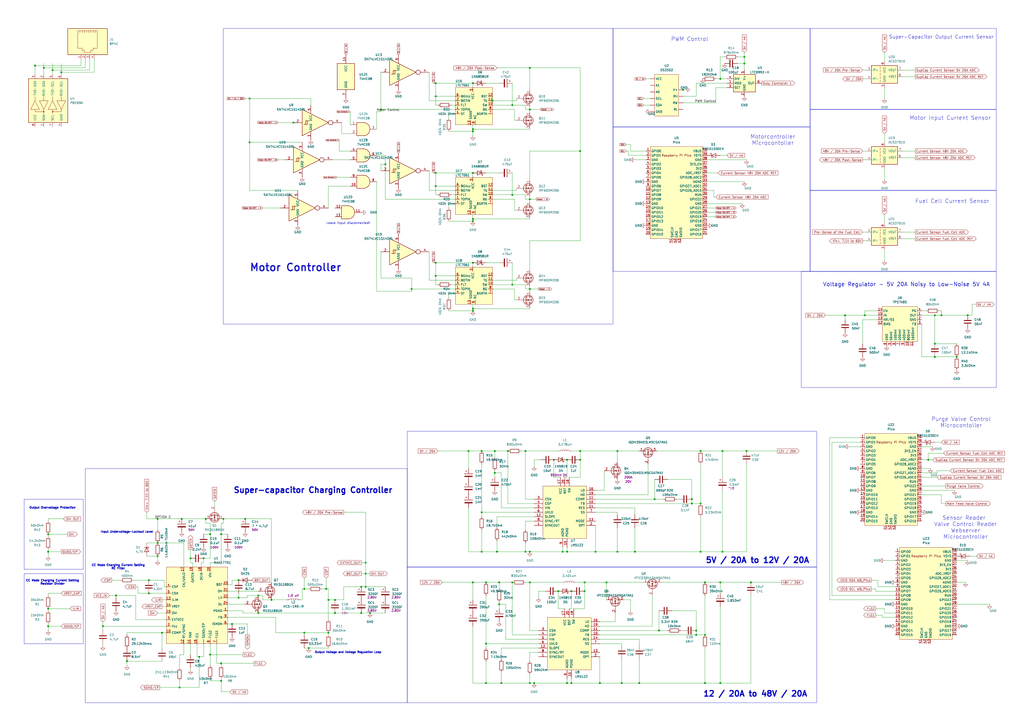
<source format=kicad_sch>
(kicad_sch (version 20231120) (generator "eeschema") (generator_version "8.0")
  (paper "A2")
  (title_block (title "ProtoTAU Systems") (date "2023-11-01") (rev "0.9") (company "University of Aberdeen") (comment 1 "Christine E. K."))
  (junction (at 104.14 398.78))
  (junction (at 144.78 57.15))
  (junction (at 30.48 40.64))
  (junction (at 86.36 344.17))
  (junction (at 274.32 179.07))
  (junction (at 91.44 300.99))
  (junction (at 406.4 261.62))
  (junction (at 170.18 71.12))
  (junction (at 406.4 292.1))
  (junction (at 252.73 160.02))
  (junction (at 59.69 363.22))
  (junction (at 176.53 367.03))
  (junction (at 417.83 337.82))
  (junction (at 223.52 95.25))
  (junction (at 433.07 261.62))
  (junction (at 281.94 396.24))
  (junction (at 194.31 347.98))
  (junction (at 307.34 337.82))
  (junction (at 128.27 394.97))
  (junction (at 419.1 261.62))
  (junction (at 149.86 355.6))
  (junction (at 252.73 107.95))
  (junction (at 209.55 340.36))
  (junction (at 134.62 361.95))
  (junction (at 328.93 320.04))
  (junction (at 307.34 320.04))
  (junction (at 212.09 332.74))
  (junction (at 304.8 320.04))
  (junction (at 396.24 52.07))
  (junction (at 339.09 337.82))
  (junction (at 252.73 55.88))
  (junction (at 347.98 396.24))
  (junction (at 35.56 41.91))
  (junction (at 321.31 266.7))
  (junction (at 274.32 128.27))
  (junction (at 138.43 346.71))
  (junction (at 281.94 373.38))
  (junction (at 358.14 320.04))
  (junction (at 406.4 320.04))
  (junction (at 289.56 337.82))
  (junction (at 179.07 375.92))
  (junction (at 110.49 323.85))
  (junction (at 417.83 396.24))
  (junction (at 382.27 365.76))
  (junction (at 144.78 82.55))
  (junction (at 121.92 309.88))
  (junction (at 128.27 384.81))
  (junction (at 194.31 355.6))
  (junction (at 351.79 337.82))
  (junction (at 121.92 379.73))
  (junction (at 281.94 337.82))
  (junction (at 274.32 337.82))
  (junction (at 358.14 261.62))
  (junction (at 25.4 39.37))
  (junction (at 189.23 341.63))
  (junction (at 271.78 261.62))
  (junction (at 274.32 180.34))
  (junction (at 490.22 182.88))
  (junction (at 274.32 152.4))
  (junction (at 323.85 342.9))
  (junction (at 212.09 326.39))
  (junction (at 190.5 367.03))
  (junction (at 336.55 87.63))
  (junction (at 129.54 300.99))
  (junction (at 309.88 396.24))
  (junction (at 379.73 289.56))
  (junction (at 546.1 182.88))
  (junction (at 20.32 38.1))
  (junction (at 238.76 167.64))
  (junction (at 287.02 274.32))
  (junction (at 274.32 100.33))
  (junction (at 331.47 396.24))
  (junction (at 307.34 115.57))
  (junction (at 91.44 314.96))
  (junction (at 561.34 182.88))
  (junction (at 304.8 261.62))
  (junction (at 326.39 320.04))
  (junction (at 307.34 39.37))
  (junction (at 297.18 337.82))
  (junction (at 345.44 320.04))
  (junction (at 328.93 396.24))
  (junction (at 86.36 336.55))
  (junction (at 417.83 45.72))
  (junction (at 336.55 261.62))
  (junction (at 339.09 342.9))
  (junction (at 360.68 396.24))
  (junction (at 419.1 320.04))
  (junction (at 252.73 48.26))
  (junction (at 403.86 365.76))
  (junction (at 287.02 261.62))
  (junction (at 288.29 320.04))
  (junction (at 209.55 355.6))
  (junction (at 336.55 266.7))
  (junction (at 212.09 340.36))
  (junction (at 118.11 323.85))
  (junction (at 431.8 33.02))
  (junction (at 297.18 60.96))
  (junction (at 252.73 152.4))
  (junction (at 431.8 36.83))
  (junction (at 408.94 396.24))
  (junction (at 157.48 347.98))
  (junction (at 297.18 165.1))
  (junction (at 274.32 74.93))
  (junction (at 294.64 261.62))
  (junction (at 279.4 297.18))
  (junction (at 274.32 48.26))
  (junction (at 105.41 300.99))
  (junction (at 220.98 63.5))
  (junction (at 279.4 261.62))
  (junction (at 368.3 320.04))
  (junction (at 27.94 309.88))
  (junction (at 190.5 347.98))
  (junction (at 297.18 113.03))
  (junction (at 403.86 368.3))
  (junction (at 542.29 182.88))
  (junction (at 274.32 127))
  (junction (at 408.94 368.3))
  (junction (at 328.93 266.7))
  (junction (at 401.32 289.56))
  (junction (at 119.38 300.99))
  (junction (at 307.34 63.5))
  (junction (at 128.27 309.88))
  (junction (at 408.94 337.82))
  (junction (at 73.66 383.54))
  (junction (at 331.47 342.9))
  (junction (at 307.34 167.64))
  (junction (at 176.53 341.63))
  (junction (at 274.32 76.2))
  (junction (at 289.56 350.52))
  (junction (at 149.86 345.44))
  (junction (at 91.44 322.58))
  (junction (at 67.31 345.44))
  (junction (at 93.98 367.03))
  (junction (at 501.65 182.88))
  (junction (at 401.32 292.1))
  (junction (at 115.57 381))
  (junction (at 370.84 396.24))
  (junction (at 142.24 300.99))
  (junction (at 538.48 266.7))
  (junction (at 307.34 396.24))
  (junction (at 214.63 355.6))
  (junction (at 285.75 58.42))
  (junction (at 27.94 320.04))
  (junction (at 290.83 396.24))
  (junction (at 554.99 207.01))
  (junction (at 252.73 100.33))
  (junction (at 542.29 207.01))
  (junction (at 279.4 320.04))
  (junction (at 27.94 353.06))
  (junction (at 542.29 199.39))
  (junction (at 27.94 363.22))
  (junction (at 138.43 336.55))
  (junction (at 435.61 337.82))
  (wire (pts (xy 274.32 100.33) (xy 274.32 102.87)))
  (wire (pts (xy 190.5 347.98) (xy 190.5 359.41)))
  (wire (pts (xy 307.34 63.5) (xy 307.34 64.77)))
  (wire (pts (xy 209.55 332.74) (xy 212.09 332.74)))
  (wire (pts (xy 73.66 383.54) (xy 73.66 386.08)))
  (wire (pts (xy 427.99 33.02) (xy 431.8 33.02)))
  (wire (pts (xy 128.27 309.88) (xy 128.27 326.39)))
  (wire (pts (xy 347.98 373.38) (xy 360.68 373.38)))
  (wire (pts (xy 198.12 71.12) (xy 198.12 77.47)))
  (wire (pts (xy 252.73 107.95) (xy 264.16 107.95)))
  (wire (pts (xy 358.14 261.62) (xy 370.84 261.62)))
  (wire (pts (xy 289.56 341.63) (xy 289.56 337.82)))
  (wire (pts (xy 328.93 393.7) (xy 328.93 396.24)))
  (wire (pts (xy 134.62 361.95) (xy 143.51 361.95)))
  (wire (pts (xy 321.31 276.86) (xy 321.31 266.7)))
  (wire (pts (xy 417.83 33.02) (xy 417.83 45.72)))
  (wire (pts (xy 478.79 182.88) (xy 490.22 182.88)))
  (wire (pts (xy 406.4 320.04) (xy 368.3 320.04)))
  (wire (pts (xy 543.56 276.86) (xy 534.67 276.86)))
  (wire (pts (xy 304.8 261.62) (xy 323.85 261.62)))
  (wire (pts (xy 52.07 34.29) (xy 52.07 40.64)))
  (wire (pts (xy 363.22 83.82) (xy 365.76 83.82)))
  (wire (pts (xy 144.78 82.55) (xy 144.78 57.15)))
  (wire (pts (xy 104.14 379.73) (xy 104.14 387.35)))
  (wire (pts (xy 144.78 110.49) (xy 144.78 82.55)))
  (wire (pts (xy 27.94 300.99) (xy 27.94 302.26)))
  (wire (pts (xy 538.48 262.89) (xy 538.48 266.7)))
  (wire (pts (xy 508 341.63) (xy 505.46 341.63)))
  (wire (pts (xy 176.53 375.92) (xy 179.07 375.92)))
  (wire (pts (xy 339.09 342.9) (xy 339.09 337.82)))
  (wire (pts (xy 336.55 39.37) (xy 336.55 87.63)))
  (wire (pts (xy 196.85 81.28) (xy 196.85 87.63)))
  (wire (pts (xy 523.24 87.63) (xy 530.86 87.63)))
  (wire (pts (xy 378.46 363.22) (xy 378.46 345.44)))
  (wire (pts (xy 288.29 299.72) (xy 288.29 306.07)))
  (wire (pts (xy 252.73 48.26) (xy 252.73 55.88)))
  (wire (pts (xy 212.09 297.18) (xy 212.09 326.39)))
  (wire (pts (xy 59.69 360.68) (xy 59.69 363.22)))
  (wire (pts (xy 543.56 274.32) (xy 534.67 274.32)))
  (wire (pts (xy 111.76 326.39) (xy 111.76 328.93)))
  (wire (pts (xy 373.38 60.96) (xy 377.19 60.96)))
  (wire (pts (xy 288.29 313.69) (xy 288.29 320.04)))
  (wire (pts (xy 281.94 100.33) (xy 289.56 100.33)))
  (wire (pts (xy 312.42 370.84) (xy 293.37 370.84)))
  (wire (pts (xy 293.37 350.52) (xy 289.56 350.52)))
  (wire (pts (xy 421.64 90.17) (xy 417.83 90.17)))
  (wire (pts (xy 175.26 82.55) (xy 144.78 82.55)))
  (wire (pts (xy 134.62 336.55) (xy 134.62 339.09)))
  (wire (pts (xy 358.14 297.18) (xy 358.14 298.45)))
  (wire (pts (xy 274.32 74.93) (xy 307.34 74.93)))
  (wire (pts (xy 392.43 289.56) (xy 393.7 289.56)))
  (wire (pts (xy 27.94 320.04) (xy 27.94 322.58)))
  (wire (pts (xy 134.62 339.09) (xy 132.08 339.09)))
  (polyline (pts (xy 48.26 340.36) (xy 48.26 373.38)))
  (wire (pts (xy 513.08 50.8) (xy 513.08 57.15)))
  (wire (pts (xy 373.38 57.15) (xy 377.19 57.15)))
  (wire (pts (xy 209.55 326.39) (xy 212.09 326.39)))
  (wire (pts (xy 312.42 373.38) (xy 281.94 373.38)))
  (wire (pts (xy 534.67 182.88) (xy 542.29 182.88)))
  (wire (pts (xy 534.67 287.02) (xy 546.1 287.02)))
  (wire (pts (xy 309.88 396.24) (xy 328.93 396.24)))
  (wire (pts (xy 274.32 72.39) (xy 274.32 74.93)))
  (wire (pts (xy 363.22 87.63) (xy 364.49 87.63)))
  (wire (pts (xy 509.27 336.55) (xy 505.46 336.55)))
  (wire (pts (xy 307.34 378.46) (xy 307.34 383.54)))
  (wire (pts (xy 499.11 256.54) (xy 482.6 256.54)))
  (polyline (pts (xy 48.26 340.36) (xy 48.26 332.74)))
  (wire (pts (xy 358.14 261.62) (xy 358.14 267.97)))
  (wire (pts (xy 114.3 381) (xy 115.57 381)))
  (wire (pts (xy 542.29 182.88) (xy 546.1 182.88)))
  (wire (pts (xy 138.43 336.55) (xy 134.62 336.55)))
  (wire (pts (xy 27.94 309.88) (xy 39.37 309.88)))
  (wire (pts (xy 128.27 386.08) (xy 128.27 384.81)))
  (wire (pts (xy 410.21 92.71) (xy 433.07 92.71)))
  (wire (pts (xy 128.27 326.39) (xy 121.92 326.39)))
  (wire (pts (xy 149.86 345.44) (xy 152.4 345.44)))
  (wire (pts (xy 199.39 340.36) (xy 209.55 340.36)))
  (wire (pts (xy 435.61 396.24) (xy 417.83 396.24)))
  (wire (pts (xy 350.52 284.48) (xy 350.52 273.05)))
  (wire (pts (xy 193.04 92.71) (xy 203.2 92.71)))
  (wire (pts (xy 95.25 336.55) (xy 86.36 336.55)))
  (wire (pts (xy 199.39 340.36) (xy 199.39 347.98)))
  (wire (pts (xy 433.07 269.24) (xy 433.07 320.04)))
  (wire (pts (xy 431.8 36.83) (xy 431.8 40.64)))
  (wire (pts (xy 492.76 259.08) (xy 499.11 259.08)))
  (wire (pts (xy 345.44 292.1) (xy 401.32 292.1)))
  (wire (pts (xy 509.27 185.42) (xy 500.38 185.42)))
  (wire (pts (xy 198.12 77.47) (xy 203.2 77.47)))
  (polyline (pts (xy 48.26 289.56) (xy 13.97 289.56)))
  (wire (pts (xy 125.73 373.38) (xy 125.73 384.81)))
  (wire (pts (xy 73.66 383.54) (xy 93.98 383.54)))
  (wire (pts (xy 35.56 41.91) (xy 35.56 43.18)))
  (wire (pts (xy 345.44 289.56) (xy 379.73 289.56)))
  (wire (pts (xy 138.43 344.17) (xy 138.43 346.71)))
  (wire (pts (xy 375.92 287.02) (xy 375.92 269.24)))
  (wire (pts (xy 176.53 341.63) (xy 179.07 341.63)))
  (wire (pts (xy 274.32 124.46) (xy 274.32 127)))
  (wire (pts (xy 408.94 375.92) (xy 408.94 396.24)))
  (wire (pts (xy 309.88 266.7) (xy 309.88 270.51)))
  (wire (pts (xy 513.08 325.12) (xy 519.43 325.12)))
  (wire (pts (xy 307.34 396.24) (xy 309.88 396.24)))
  (wire (pts (xy 157.48 337.82) (xy 157.48 300.99)))
  (wire (pts (xy 264.16 58.42) (xy 248.92 58.42)))
  (wire (pts (xy 223.52 90.17) (xy 218.44 90.17)))
  (wire (pts (xy 35.56 344.17) (xy 27.94 344.17)))
  (wire (pts (xy 248.92 146.05) (xy 248.92 162.56)))
  (wire (pts (xy 238.76 167.64) (xy 264.16 167.64)))
  (wire (pts (xy 513.08 355.6) (xy 513.08 353.06)))
  (wire (pts (xy 190.5 347.98) (xy 194.31 347.98)))
  (wire (pts (xy 161.29 71.12) (xy 170.18 71.12)))
  (wire (pts (xy 252.73 165.1) (xy 254 165.1)))
  (wire (pts (xy 336.55 39.37) (xy 307.34 39.37)))
  (wire (pts (xy 304.8 337.82) (xy 307.34 337.82)))
  (wire (pts (xy 119.38 303.53) (xy 121.92 303.53)))
  (wire (pts (xy 297.18 60.96) (xy 304.8 60.96)))
  (wire (pts (xy 345.44 320.04) (xy 328.93 320.04)))
  (wire (pts (xy 298.45 121.92) (xy 299.72 121.92)))
  (wire (pts (xy 175.26 341.63) (xy 175.26 347.98)))
  (wire (pts (xy 304.8 314.96) (xy 304.8 320.04)))
  (wire (pts (xy 46.99 34.29) (xy 46.99 38.1)))
  (wire (pts (xy 140.97 354.33) (xy 140.97 355.6)))
  (wire (pts (xy 356.87 360.68) (xy 356.87 355.6)))
  (wire (pts (xy 546.1 287.02) (xy 546.1 292.1)))
  (wire (pts (xy 408.94 396.24) (xy 370.84 396.24)))
  (wire (pts (xy 312.42 378.46) (xy 307.34 378.46)))
  (wire (pts (xy 323.85 353.06) (xy 323.85 342.9)))
  (wire (pts (xy 176.53 367.03) (xy 190.5 367.03)))
  (wire (pts (xy 500.38 87.63) (xy 502.92 87.63)))
  (wire (pts (xy 162.56 120.65) (xy 152.4 120.65)))
  (wire (pts (xy 513.08 77.47) (xy 513.08 82.55)))
  (wire (pts (xy 360.68 382.27) (xy 360.68 396.24)))
  (wire (pts (xy 566.42 322.58) (xy 562.61 322.58)))
  (polyline (pts (xy 13.97 289.56) (xy 13.97 297.18)))
  (wire (pts (xy 421.64 50.8) (xy 415.29 50.8)))
  (wire (pts (xy 345.44 287.02) (xy 375.92 287.02)))
  (wire (pts (xy 513.08 124.46) (xy 513.08 129.54)))
  (wire (pts (xy 511.81 356.87) (xy 511.81 358.14)))
  (wire (pts (xy 345.44 304.8) (xy 345.44 320.04)))
  (wire (pts (xy 513.08 353.06) (xy 508 353.06)))
  (wire (pts (xy 220.98 63.5) (xy 264.16 63.5)))
  (wire (pts (xy 297.18 100.33) (xy 297.18 113.03)))
  (polyline (pts (xy 48.26 330.2) (xy 13.97 330.2)))
  (wire (pts (xy 307.34 114.3) (xy 307.34 115.57)))
  (wire (pts (xy 186.69 341.63) (xy 189.23 341.63)))
  (wire (pts (xy 36.83 300.99) (xy 27.94 300.99)))
  (wire (pts (xy 279.4 320.04) (xy 288.29 320.04)))
  (polyline (pts (xy 13.97 332.74) (xy 13.97 340.36)))
  (wire (pts (xy 360.68 373.38) (xy 360.68 374.65)))
  (wire (pts (xy 403.86 354.33) (xy 403.86 365.76)))
  (wire (pts (xy 132.08 350.52) (xy 142.24 350.52)))
  (wire (pts (xy 218.44 168.91) (xy 238.76 168.91)))
  (wire (pts (xy 132.08 354.33) (xy 140.97 354.33)))
  (wire (pts (xy 288.29 39.37) (xy 307.34 39.37)))
  (wire (pts (xy 307.34 320.04) (xy 326.39 320.04)))
  (wire (pts (xy 54.61 41.91) (xy 35.56 41.91)))
  (wire (pts (xy 78.74 359.41) (xy 96.52 359.41)))
  (wire (pts (xy 304.8 113.03) (xy 304.8 115.57)))
  (wire (pts (xy 143.51 346.71) (xy 138.43 346.71)))
  (wire (pts (xy 299.72 162.56) (xy 299.72 161.29)))
  (wire (pts (xy 281.94 373.38) (xy 281.94 345.44)))
  (wire (pts (xy 347.98 363.22) (xy 378.46 363.22)))
  (wire (pts (xy 307.34 62.23) (xy 307.34 63.5)))
  (wire (pts (xy 160.02 367.03) (xy 160.02 358.14)))
  (wire (pts (xy 281.94 48.26) (xy 289.56 48.26)))
  (wire (pts (xy 406.4 261.62) (xy 419.1 261.62)))
  (wire (pts (xy 203.2 64.77) (xy 203.2 72.39)))
  (wire (pts (xy 574.04 350.52) (xy 554.99 350.52)))
  (wire (pts (xy 539.75 271.78) (xy 534.67 271.78)))
  (wire (pts (xy 20.32 36.83) (xy 20.32 38.1)))
  (wire (pts (xy 160.02 358.14) (xy 132.08 358.14)))
  (wire (pts (xy 307.34 139.7) (xy 307.34 156.21)))
  (wire (pts (xy 27.94 320.04) (xy 27.94 318.77)))
  (wire (pts (xy 261.62 60.96) (xy 264.16 60.96)))
  (wire (pts (xy 417.83 351.79) (xy 417.83 396.24)))
  (wire (pts (xy 431.8 33.02) (xy 431.8 36.83)))
  (wire (pts (xy 252.73 107.95) (xy 252.73 113.03)))
  (wire (pts (xy 430.53 118.11) (xy 410.21 118.11)))
  (wire (pts (xy 336.55 261.62) (xy 358.14 261.62)))
  (wire (pts (xy 403.86 48.26) (xy 403.86 55.88)))
  (wire (pts (xy 93.98 367.03) (xy 96.52 367.03)))
  (wire (pts (xy 143.51 345.44) (xy 143.51 346.71)))
  (wire (pts (xy 309.88 292.1) (xy 294.64 292.1)))
  (wire (pts (xy 285.75 167.64) (xy 298.45 167.64)))
  (wire (pts (xy 95.25 336.55) (xy 95.25 340.36)))
  (wire (pts (xy 132.08 342.9) (xy 149.86 342.9)))
  (wire (pts (xy 508 342.9) (xy 508 341.63)))
  (wire (pts (xy 25.4 39.37) (xy 25.4 43.18)))
  (wire (pts (xy 339.09 337.82) (xy 351.79 337.82)))
  (wire (pts (xy 279.4 307.34) (xy 279.4 320.04)))
  (wire (pts (xy 254 261.62) (xy 271.78 261.62)))
  (wire (pts (xy 542.29 207.01) (xy 554.99 207.01)))
  (wire (pts (xy 80.01 344.17) (xy 86.36 344.17)))
  (wire (pts (xy 194.31 355.6) (xy 209.55 355.6)))
  (wire (pts (xy 351.79 337.82) (xy 373.38 337.82)))
  (wire (pts (xy 128.27 309.88) (xy 132.08 309.88)))
  (wire (pts (xy 523.24 40.64) (xy 530.86 40.64)))
  (wire (pts (xy 30.48 40.64) (xy 30.48 43.18)))
  (wire (pts (xy 560.07 337.82) (xy 554.99 337.82)))
  (wire (pts (xy 307.34 167.64) (xy 307.34 168.91)))
  (wire (pts (xy 307.34 391.16) (xy 307.34 396.24)))
  (wire (pts (xy 417.83 45.72) (xy 421.64 45.72)))
  (wire (pts (xy 93.98 375.92) (xy 93.98 367.03)))
  (wire (pts (xy 297.18 368.3) (xy 297.18 337.82)))
  (wire (pts (xy 336.55 266.7) (xy 336.55 261.62)))
  (wire (pts (xy 209.55 340.36) (xy 212.09 340.36)))
  (wire (pts (xy 128.27 303.53) (xy 128.27 309.88)))
  (wire (pts (xy 415.29 45.72) (xy 417.83 45.72)))
  (wire (pts (xy 274.32 347.98) (xy 274.32 337.82)))
  (wire (pts (xy 27.94 353.06) (xy 27.94 354.33)))
  (wire (pts (xy 396.24 52.07) (xy 396.24 50.8)))
  (wire (pts (xy 309.88 302.26) (xy 304.8 302.26)))
  (wire (pts (xy 297.18 48.26) (xy 297.18 60.96)))
  (wire (pts (xy 152.4 347.98) (xy 152.4 345.44)))
  (wire (pts (xy 312.42 365.76) (xy 307.34 365.76)))
  (wire (pts (xy 336.55 87.63) (xy 307.34 87.63)))
  (wire (pts (xy 121.92 326.39) (xy 121.92 328.93)))
  (wire (pts (xy 110.49 387.35) (xy 110.49 388.62)))
  (wire (pts (xy 106.68 314.96) (xy 106.68 328.93)))
  (wire (pts (xy 104.14 394.97) (xy 104.14 398.78)))
  (wire (pts (xy 196.85 87.63) (xy 203.2 87.63)))
  (wire (pts (xy 513.08 30.48) (xy 513.08 35.56)))
  (wire (pts (xy 414.02 114.3) (xy 415.29 114.3)))
  (wire (pts (xy 309.88 299.72) (xy 288.29 299.72)))
  (wire (pts (xy 544.83 180.34) (xy 546.1 180.34)))
  (wire (pts (xy 543.56 273.05) (xy 551.18 273.05)))
  (wire (pts (xy 172.72 110.49) (xy 144.78 110.49)))
  (wire (pts (xy 285.75 165.1) (xy 297.18 165.1)))
  (wire (pts (xy 543.56 273.05) (xy 543.56 274.32)))
  (wire (pts (xy 331.47 396.24) (xy 331.47 393.7)))
  (wire (pts (xy 421.64 48.26) (xy 403.86 48.26)))
  (wire (pts (xy 287.02 274.32) (xy 287.02 276.86)))
  (wire (pts (xy 285.75 162.56) (xy 299.72 162.56)))
  (wire (pts (xy 538.48 266.7) (xy 541.02 266.7)))
  (wire (pts (xy 252.73 60.96) (xy 254 60.96)))
  (wire (pts (xy 347.98 370.84) (xy 370.84 370.84)))
  (wire (pts (xy 415.29 59.69) (xy 415.29 50.8)))
  (wire (pts (xy 508 356.87) (xy 511.81 356.87)))
  (wire (pts (xy 35.56 320.04) (xy 27.94 320.04)))
  (wire (pts (xy 327.66 276.86) (xy 328.93 276.86)))
  (wire (pts (xy 511.81 358.14) (xy 519.43 358.14)))
  (wire (pts (xy 220.98 161.29) (xy 238.76 161.29)))
  (wire (pts (xy 297.18 113.03) (xy 304.8 113.03)))
  (wire (pts (xy 67.31 346.71) (xy 67.31 345.44)))
  (wire (pts (xy 252.73 48.26) (xy 274.32 48.26)))
  (wire (pts (xy 91.44 300.99) (xy 85.09 300.99)))
  (wire (pts (xy 339.09 342.9) (xy 339.09 353.06)))
  (wire (pts (xy 260.35 180.34) (xy 274.32 180.34)))
  (wire (pts (xy 110.49 323.85) (xy 110.49 326.39)))
  (wire (pts (xy 312.42 368.3) (xy 297.18 368.3)))
  (wire (pts (xy 118.11 381) (xy 115.57 381)))
  (wire (pts (xy 218.44 168.91) (xy 218.44 105.41)))
  (wire (pts (xy 501.65 180.34) (xy 501.65 182.88)))
  (wire (pts (xy 401.32 292.1) (xy 401.32 289.56)))
  (wire (pts (xy 121.92 373.38) (xy 121.92 379.73)))
  (wire (pts (xy 304.8 165.1) (xy 304.8 167.64)))
  (wire (pts (xy 274.32 396.24) (xy 281.94 396.24)))
  (wire (pts (xy 223.52 115.57) (xy 264.16 115.57)))
  (wire (pts (xy 370.84 370.84) (xy 370.84 374.65)))
  (wire (pts (xy 307.34 87.63) (xy 307.34 104.14)))
  (wire (pts (xy 124.46 290.83) (xy 124.46 293.37)))
  (wire (pts (xy 128.27 401.32) (xy 133.35 401.32)))
  (wire (pts (xy 351.79 337.82) (xy 351.79 347.98)))
  (wire (pts (xy 260.35 170.18) (xy 260.35 172.72)))
  (wire (pts (xy 261.62 113.03) (xy 264.16 113.03)))
  (wire (pts (xy 500.38 92.71) (xy 502.92 92.71)))
  (wire (pts (xy 27.94 353.06) (xy 40.64 353.06)))
  (wire (pts (xy 149.86 355.6) (xy 194.31 355.6)))
  (wire (pts (xy 27.94 363.22) (xy 27.94 361.95)))
  (wire (pts (xy 212.09 297.18) (xy 199.39 297.18)))
  (wire (pts (xy 379.73 278.13) (xy 379.73 289.56)))
  (wire (pts (xy 129.54 300.99) (xy 129.54 303.53)))
  (wire (pts (xy 339.09 337.82) (xy 334.01 337.82)))
  (wire (pts (xy 307.34 115.57) (xy 307.34 116.84)))
  (wire (pts (xy 274.32 76.2) (xy 274.32 78.74)))
  (wire (pts (xy 274.32 48.26) (xy 274.32 50.8)))
  (wire (pts (xy 118.11 323.85) (xy 118.11 326.39)))
  (wire (pts (xy 410.21 100.33) (xy 416.56 100.33)))
  (wire (pts (xy 370.84 382.27) (xy 370.84 396.24)))
  (wire (pts (xy 116.84 326.39) (xy 116.84 328.93)))
  (wire (pts (xy 513.08 144.78) (xy 513.08 151.13)))
  (wire (pts (xy 30.48 36.83) (xy 30.48 40.64)))
  (wire (pts (xy 252.73 100.33) (xy 252.73 107.95)))
  (wire (pts (xy 370.84 396.24) (xy 360.68 396.24)))
  (wire (pts (xy 326.39 320.04) (xy 328.93 320.04)))
  (wire (pts (xy 499.11 254) (xy 481.33 254)))
  (wire (pts (xy 546.1 256.54) (xy 542.29 256.54)))
  (wire (pts (xy 368.3 294.64) (xy 368.3 298.45)))
  (wire (pts (xy 285.75 110.49) (xy 299.72 110.49)))
  (wire (pts (xy 299.72 58.42) (xy 299.72 57.15)))
  (wire (pts (xy 500.38 45.72) (xy 502.92 45.72)))
  (wire (pts (xy 105.41 300.99) (xy 119.38 300.99)))
  (wire (pts (xy 104.14 379.73) (xy 106.68 379.73)))
  (wire (pts (xy 542.29 199.39) (xy 554.99 199.39)))
  (wire (pts (xy 274.32 74.93) (xy 274.32 76.2)))
  (polyline (pts (xy 13.97 373.38) (xy 13.97 340.36)))
  (wire (pts (xy 420.37 33.02) (xy 417.83 33.02)))
  (wire (pts (xy 161.29 92.71) (xy 165.1 92.71)))
  (wire (pts (xy 248.92 110.49) (xy 264.16 110.49)))
  (wire (pts (xy 361.95 347.98) (xy 365.76 347.98)))
  (wire (pts (xy 345.44 294.64) (xy 368.3 294.64)))
  (wire (pts (xy 358.14 320.04) (xy 345.44 320.04)))
  (wire (pts (xy 180.34 57.15) (xy 180.34 60.96)))
  (wire (pts (xy 365.76 347.98) (xy 365.76 354.33)))
  (wire (pts (xy 252.73 55.88) (xy 252.73 60.96)))
  (wire (pts (xy 285.75 60.96) (xy 297.18 60.96)))
  (wire (pts (xy 302.26 261.62) (xy 304.8 261.62)))
  (wire (pts (xy 49.53 34.29) (xy 49.53 39.37)))
  (wire (pts (xy 189.23 341.63) (xy 190.5 341.63)))
  (wire (pts (xy 118.11 326.39) (xy 116.84 326.39)))
  (wire (pts (xy 304.8 320.04) (xy 307.34 320.04)))
  (wire (pts (xy 160.02 367.03) (xy 176.53 367.03)))
  (wire (pts (xy 509.27 340.36) (xy 509.27 336.55)))
  (wire (pts (xy 285.75 58.42) (xy 285.75 55.88)))
  (wire (pts (xy 345.44 284.48) (xy 350.52 284.48)))
  (wire (pts (xy 368.3 320.04) (xy 358.14 320.04)))
  (wire (pts (xy 410.21 123.19) (xy 415.29 123.19)))
  (wire (pts (xy 279.4 299.72) (xy 279.4 297.18)))
  (wire (pts (xy 307.34 63.5) (xy 313.69 63.5)))
  (wire (pts (xy 59.69 363.22) (xy 96.52 363.22)))
  (wire (pts (xy 223.52 95.25) (xy 223.52 90.17)))
  (wire (pts (xy 152.4 347.98) (xy 157.48 347.98)))
  (wire (pts (xy 220.98 63.5) (xy 220.98 64.77)))
  (wire (pts (xy 304.8 289.56) (xy 304.8 261.62)))
  (wire (pts (xy 523.24 44.45) (xy 530.86 44.45)))
  (wire (pts (xy 435.61 337.82) (xy 453.39 337.82)))
  (wire (pts (xy 104.14 398.78) (xy 92.71 398.78)))
  (wire (pts (xy 248.92 41.91) (xy 248.92 58.42)))
  (wire (pts (xy 290.83 396.24) (xy 307.34 396.24)))
  (wire (pts (xy 358.14 306.07) (xy 358.14 320.04)))
  (wire (pts (xy 35.56 36.83) (xy 35.56 41.91)))
  (wire (pts (xy 519.43 347.98) (xy 481.33 347.98)))
  (wire (pts (xy 121.92 379.73) (xy 121.92 386.08)))
  (polyline (pts (xy 48.26 332.74) (xy 13.97 332.74)))
  (wire (pts (xy 190.5 367.03) (xy 190.5 368.3)))
  (wire (pts (xy 93.98 367.03) (xy 73.66 367.03)))
  (wire (pts (xy 406.4 292.1) (xy 401.32 292.1)))
  (wire (pts (xy 104.14 398.78) (xy 115.57 398.78)))
  (wire (pts (xy 287.02 273.05) (xy 287.02 274.32)))
  (wire (pts (xy 285.75 113.03) (xy 297.18 113.03)))
  (wire (pts (xy 383.54 337.82) (xy 408.94 337.82)))
  (wire (pts (xy 260.35 118.11) (xy 264.16 118.11)))
  (wire (pts (xy 143.51 345.44) (xy 149.86 345.44)))
  (wire (pts (xy 289.56 349.25) (xy 289.56 350.52)))
  (wire (pts (xy 364.49 87.63) (xy 364.49 90.17)))
  (wire (pts (xy 260.35 66.04) (xy 264.16 66.04)))
  (wire (pts (xy 563.88 182.88) (xy 561.34 182.88)))
  (wire (pts (xy 523.24 91.44) (xy 530.86 91.44)))
  (wire (pts (xy 80.01 340.36) (xy 80.01 344.17)))
  (wire (pts (xy 347.98 368.3) (xy 403.86 368.3)))
  (wire (pts (xy 54.61 34.29) (xy 54.61 41.91)))
  (wire (pts (xy 433.07 261.62) (xy 450.85 261.62)))
  (wire (pts (xy 189.23 341.63) (xy 189.23 335.28)))
  (wire (pts (xy 304.8 63.5) (xy 307.34 63.5)))
  (wire (pts (xy 394.97 365.76) (xy 396.24 365.76)))
  (wire (pts (xy 78.74 359.41) (xy 78.74 345.44)))
  (wire (pts (xy 93.98 351.79) (xy 96.52 351.79)))
  (polyline (pts (xy 48.26 297.18) (xy 48.26 289.56)))
  (wire (pts (xy 252.73 152.4) (xy 274.32 152.4)))
  (wire (pts (xy 91.44 314.96) (xy 106.68 314.96)))
  (wire (pts (xy 248.92 162.56) (xy 264.16 162.56)))
  (wire (pts (xy 513.08 97.79) (xy 513.08 104.14)))
  (wire (pts (xy 118.11 323.85) (xy 121.92 323.85)))
  (wire (pts (xy 419.1 276.86) (xy 419.1 261.62)))
  (wire (pts (xy 86.36 336.55) (xy 77.47 336.55)))
  (wire (pts (xy 336.55 266.7) (xy 336.55 276.86)))
  (wire (pts (xy 345.44 297.18) (xy 358.14 297.18)))
  (wire (pts (xy 534.67 180.34) (xy 537.21 180.34)))
  (wire (pts (xy 313.69 266.7) (xy 309.88 266.7)))
  (wire (pts (xy 396.24 59.69) (xy 415.29 59.69)))
  (wire (pts (xy 287.02 265.43) (xy 287.02 261.62)))
  (wire (pts (xy 490.22 182.88) (xy 490.22 185.42)))
  (wire (pts (xy 553.72 284.48) (xy 534.67 284.48)))
  (wire (pts (xy 271.78 261.62) (xy 279.4 261.62)))
  (wire (pts (xy 91.44 355.6) (xy 96.52 355.6)))
  (wire (pts (xy 534.67 281.94) (xy 548.64 281.94)))
  (wire (pts (xy 195.58 102.87) (xy 203.2 102.87)))
  (wire (pts (xy 251.46 152.4) (xy 252.73 152.4)))
  (wire (pts (xy 482.6 256.54) (xy 482.6 345.44)))
  (wire (pts (xy 406.4 269.24) (xy 406.4 292.1)))
  (wire (pts (xy 408.94 368.3) (xy 403.86 368.3)))
  (wire (pts (xy 271.78 271.78) (xy 271.78 261.62)))
  (polyline (pts (xy 13.97 330.2) (xy 13.97 297.18)))
  (wire (pts (xy 316.23 342.9) (xy 312.42 342.9)))
  (wire (pts (xy 128.27 401.32) (xy 128.27 394.97)))
  (wire (pts (xy 260.35 170.18) (xy 264.16 170.18)))
  (wire (pts (xy 212.09 332.74) (xy 214.63 332.74)))
  (wire (pts (xy 307.34 166.37) (xy 307.34 167.64)))
  (polyline (pts (xy 48.26 373.38) (xy 13.97 373.38)))
  (wire (pts (xy 140.97 355.6) (xy 149.86 355.6)))
  (wire (pts (xy 519.43 340.36) (xy 509.27 340.36)))
  (wire (pts (xy 138.43 346.71) (xy 132.08 346.71)))
  (wire (pts (xy 121.92 309.88) (xy 118.11 309.88)))
  (wire (pts (xy 121.92 394.97) (xy 128.27 394.97)))
  (wire (pts (xy 27.94 344.17) (xy 27.94 345.44)))
  (wire (pts (xy 289.56 337.82) (xy 297.18 337.82)))
  (wire (pts (xy 309.88 297.18) (xy 279.4 297.18)))
  (wire (pts (xy 427.99 36.83) (xy 431.8 36.83)))
  (wire (pts (xy 260.35 128.27) (xy 274.32 128.27)))
  (wire (pts (xy 121.92 394.97) (xy 121.92 393.7)))
  (wire (pts (xy 309.88 294.64) (xy 290.83 294.64)))
  (wire (pts (xy 414.02 110.49) (xy 414.02 114.3)))
  (wire (pts (xy 417.83 396.24) (xy 408.94 396.24)))
  (wire (pts (xy 271.78 294.64) (xy 271.78 320.04)))
  (wire (pts (xy 500.38 185.42) (xy 500.38 199.39)))
  (wire (pts (xy 288.29 320.04) (xy 304.8 320.04)))
  (wire (pts (xy 501.65 182.88) (xy 509.27 182.88)))
  (wire (pts (xy 481.33 254) (xy 481.33 347.98)))
  (wire (pts (xy 252.73 160.02) (xy 264.16 160.02)))
  (wire (pts (xy 307.34 365.76) (xy 307.34 337.82)))
  (wire (pts (xy 542.29 182.88) (xy 542.29 199.39)))
  (wire (pts (xy 176.53 367.03) (xy 176.53 368.3)))
  (wire (pts (xy 223.52 115.57) (xy 223.52 95.25)))
  (wire (pts (xy 285.75 63.5) (xy 298.45 63.5)))
  (wire (pts (xy 252.73 100.33) (xy 274.32 100.33)))
  (wire (pts (xy 252.73 160.02) (xy 252.73 165.1)))
  (wire (pts (xy 384.81 289.56) (xy 379.73 289.56)))
  (wire (pts (xy 546.1 182.88) (xy 561.34 182.88)))
  (wire (pts (xy 274.32 363.22) (xy 274.32 396.24)))
  (wire (pts (xy 328.93 320.04) (xy 328.93 317.5)))
  (wire (pts (xy 546.1 180.34) (xy 546.1 182.88)))
  (wire (pts (xy 274.32 152.4) (xy 274.32 154.94)))
  (wire (pts (xy 368.3 306.07) (xy 368.3 320.04)))
  (wire (pts (xy 220.98 41.91) (xy 220.98 63.5)))
  (wire (pts (xy 69.85 336.55) (xy 64.77 336.55)))
  (wire (pts (xy 500.38 139.7) (xy 502.92 139.7)))
  (wire (pts (xy 403.86 55.88) (xy 396.24 55.88)))
  (wire (pts (xy 218.44 64.77) (xy 220.98 64.77)))
  (wire (pts (xy 360.68 396.24) (xy 347.98 396.24)))
  (wire (pts (xy 190.5 120.65) (xy 190.5 107.95)))
  (wire (pts (xy 304.8 302.26) (xy 304.8 307.34)))
  (wire (pts (xy 175.26 347.98) (xy 173.99 347.98)))
  (wire (pts (xy 298.45 173.99) (xy 299.72 173.99)))
  (wire (pts (xy 274.32 176.53) (xy 274.32 179.07)))
  (wire (pts (xy 248.92 110.49) (xy 248.92 99.06)))
  (wire (pts (xy 125.73 384.81) (xy 128.27 384.81)))
  (wire (pts (xy 523.24 134.62) (xy 530.86 134.62)))
  (wire (pts (xy 299.72 110.49) (xy 299.72 109.22)))
  (wire (pts (xy 96.52 340.36) (xy 95.25 340.36)))
  (wire (pts (xy 325.12 276.86) (xy 321.31 276.86)))
  (wire (pts (xy 128.27 394.97) (xy 128.27 393.7)))
  (wire (pts (xy 347.98 381) (xy 347.98 396.24)))
  (wire (pts (xy 290.83 389.89) (xy 290.83 396.24)))
  (wire (pts (xy 403.86 368.3) (xy 403.86 365.76)))
  (wire (pts (xy 307.34 167.64) (xy 312.42 167.64)))
  (wire (pts (xy 223.52 355.6) (xy 214.63 355.6)))
  (wire (pts (xy 312.42 375.92) (xy 290.83 375.92)))
  (wire (pts (xy 297.18 165.1) (xy 304.8 165.1)))
  (wire (pts (xy 170.18 71.12) (xy 172.72 71.12)))
  (wire (pts (xy 119.38 300.99) (xy 119.38 303.53)))
  (wire (pts (xy 417.83 337.82) (xy 435.61 337.82)))
  (wire (pts (xy 347.98 396.24) (xy 331.47 396.24)))
  (wire (pts (xy 252.73 113.03) (xy 254 113.03)))
  (wire (pts (xy 368.3 92.71) (xy 374.65 92.71)))
  (wire (pts (xy 121.92 323.85) (xy 121.92 309.88)))
  (wire (pts (xy 49.53 39.37) (xy 25.4 39.37)))
  (wire (pts (xy 91.44 307.34) (xy 91.44 300.99)))
  (wire (pts (xy 534.67 259.08) (xy 541.02 259.08)))
  (wire (pts (xy 274.32 127) (xy 307.34 127)))
  (wire (pts (xy 519.43 342.9) (xy 508 342.9)))
  (wire (pts (xy 179.07 375.92) (xy 190.5 375.92)))
  (wire (pts (xy 435.61 345.44) (xy 435.61 396.24)))
  (wire (pts (xy 252.73 55.88) (xy 264.16 55.88)))
  (wire (pts (xy 78.74 340.36) (xy 80.01 340.36)))
  (wire (pts (xy 307.34 115.57) (xy 311.15 115.57)))
  (wire (pts (xy 274.32 127) (xy 274.32 128.27)))
  (wire (pts (xy 110.49 318.77) (xy 110.49 323.85)))
  (wire (pts (xy 59.69 363.22) (xy 59.69 365.76)))
  (wire (pts (xy 115.57 381) (xy 115.57 398.78)))
  (wire (pts (xy 406.4 320.04) (xy 419.1 320.04)))
  (wire (pts (xy 143.51 361.95) (xy 143.51 368.3)))
  (wire (pts (xy 331.47 353.06) (xy 331.47 342.9)))
  (wire (pts (xy 500.38 134.62) (xy 502.92 134.62)))
  (wire (pts (xy 67.31 345.44) (xy 63.5 345.44)))
  (wire (pts (xy 121.92 379.73) (xy 140.97 379.73)))
  (wire (pts (xy 410.21 125.73) (xy 415.29 125.73)))
  (wire (pts (xy 289.56 350.52) (xy 289.56 353.06)))
  (wire (pts (xy 274.32 337.82) (xy 281.94 337.82)))
  (wire (pts (xy 328.93 396.24) (xy 331.47 396.24)))
  (wire (pts (xy 419.1 261.62) (xy 433.07 261.62)))
  (wire (pts (xy 534.67 187.96) (xy 534.67 207.01)))
  (wire (pts (xy 347.98 365.76) (xy 382.27 365.76)))
  (wire (pts (xy 238.76 161.29) (xy 238.76 167.64)))
  (wire (pts (xy 260.35 68.58) (xy 260.35 66.04)))
  (polyline (pts (xy 48.26 297.18) (xy 48.26 330.2)))
  (wire (pts (xy 563.88 176.53) (xy 566.42 176.53)))
  (wire (pts (xy 419.1 284.48) (xy 419.1 320.04)))
  (wire (pts (xy 401.32 278.13) (xy 401.32 289.56)))
  (wire (pts (xy 482.6 345.44) (xy 519.43 345.44)))
  (wire (pts (xy 35.56 363.22) (xy 27.94 363.22)))
  (wire (pts (xy 417.83 344.17) (xy 417.83 337.82)))
  (wire (pts (xy 290.83 274.32) (xy 287.02 274.32)))
  (wire (pts (xy 59.69 373.38) (xy 59.69 374.65)))
  (wire (pts (xy 336.55 139.7) (xy 307.34 139.7)))
  (wire (pts (xy 91.44 300.99) (xy 105.41 300.99)))
  (wire (pts (xy 563.88 176.53) (xy 563.88 182.88)))
  (wire (pts (xy 382.27 354.33) (xy 382.27 365.76)))
  (wire (pts (xy 554.99 325.12) (xy 561.34 325.12)))
  (wire (pts (xy 431.8 30.48) (xy 431.8 33.02)))
  (wire (pts (xy 330.2 276.86) (xy 336.55 276.86)))
  (wire (pts (xy 327.66 353.06) (xy 323.85 353.06)))
  (wire (pts (xy 307.34 39.37) (xy 307.34 52.07)))
  (wire (pts (xy 129.54 303.53) (xy 128.27 303.53)))
  (wire (pts (xy 332.74 353.06) (xy 339.09 353.06)))
  (wire (pts (xy 20.32 38.1) (xy 46.99 38.1)))
  (wire (pts (xy 433.07 320.04) (xy 419.1 320.04)))
  (wire (pts (xy 218.44 64.77) (xy 218.44 74.93)))
  (wire (pts (xy 279.4 297.18) (xy 279.4 269.24)))
  (wire (pts (xy 290.83 375.92) (xy 290.83 382.27)))
  (wire (pts (xy 274.32 179.07) (xy 274.32 180.34)))
  (wire (pts (xy 190.5 107.95) (xy 203.2 107.95)))
  (wire (pts (xy 294.64 292.1) (xy 294.64 261.62)))
  (wire (pts (xy 106.68 379.73) (xy 106.68 373.38)))
  (wire (pts (xy 298.45 69.85) (xy 299.72 69.85)))
  (wire (pts (xy 374.65 45.72) (xy 377.19 45.72)))
  (wire (pts (xy 209.55 355.6) (xy 214.63 355.6)))
  (wire (pts (xy 500.38 40.64) (xy 502.92 40.64)))
  (wire (pts (xy 410.21 110.49) (xy 414.02 110.49)))
  (wire (pts (xy 238.76 167.64) (xy 238.76 168.91)))
  (wire (pts (xy 212.09 340.36) (xy 223.52 340.36)))
  (wire (pts (xy 110.49 326.39) (xy 111.76 326.39)))
  (wire (pts (xy 194.31 347.98) (xy 199.39 347.98)))
  (wire (pts (xy 274.32 179.07) (xy 307.34 179.07)))
  (wire (pts (xy 220.98 146.05) (xy 220.98 161.29)))
  (wire (pts (xy 252.73 152.4) (xy 252.73 160.02)))
  (wire (pts (xy 365.76 83.82) (xy 365.76 87.63)))
  (wire (pts (xy 27.94 363.22) (xy 27.94 365.76)))
  (wire (pts (xy 309.88 289.56) (xy 304.8 289.56)))
  (wire (pts (xy 365.76 87.63) (xy 374.65 87.63)))
  (wire (pts (xy 431.8 105.41) (xy 410.21 105.41)))
  (wire (pts (xy 256.54 337.82) (xy 274.32 337.82)))
  (wire (pts (xy 298.45 115.57) (xy 298.45 121.92)))
  (wire (pts (xy 326.39 317.5) (xy 326.39 320.04)))
  (wire (pts (xy 85.09 297.18) (xy 85.09 300.99)))
  (wire (pts (xy 534.67 266.7) (xy 538.48 266.7)))
  (wire (pts (xy 307.34 337.82) (xy 326.39 337.82)))
  (wire (pts (xy 408.94 337.82) (xy 417.83 337.82)))
  (wire (pts (xy 190.5 341.63) (xy 190.5 347.98)))
  (wire (pts (xy 534.67 207.01) (xy 542.29 207.01)))
  (wire (pts (xy 132.08 361.95) (xy 134.62 361.95)))
  (wire (pts (xy 397.51 52.07) (xy 396.24 52.07)))
  (wire (pts (xy 347.98 360.68) (xy 356.87 360.68)))
  (wire (pts (xy 304.8 115.57) (xy 307.34 115.57)))
  (wire (pts (xy 251.46 100.33) (xy 252.73 100.33)))
  (wire (pts (xy 20.32 38.1) (xy 20.32 43.18)))
  (wire (pts (xy 220.98 99.06) (xy 220.98 95.25)))
  (wire (pts (xy 410.21 120.65) (xy 415.29 120.65)))
  (wire (pts (xy 304.8 60.96) (xy 304.8 63.5)))
  (wire (pts (xy 176.53 341.63) (xy 176.53 335.28)))
  (wire (pts (xy 381 261.62) (xy 406.4 261.62)))
  (wire (pts (xy 490.22 182.88) (xy 501.65 182.88)))
  (wire (pts (xy 118.11 373.38) (xy 118.11 381)))
  (wire (pts (xy 86.36 344.17) (xy 96.52 344.17)))
  (wire (pts (xy 364.49 90.17) (xy 374.65 90.17)))
  (wire (pts (xy 281.94 383.54) (xy 281.94 396.24)))
  (wire (pts (xy 285.75 115.57) (xy 298.45 115.57)))
  (wire (pts (xy 330.2 353.06) (xy 331.47 353.06)))
  (wire (pts (xy 336.55 87.63) (xy 336.55 139.7)))
  (wire (pts (xy 110.49 379.73) (xy 110.49 373.38)))
  (wire (pts (xy 114.3 373.38) (xy 114.3 381)))
  (wire (pts (xy 271.78 320.04) (xy 279.4 320.04)))
  (wire (pts (xy 279.4 261.62) (xy 287.02 261.62)))
  (wire (pts (xy 129.54 300.99) (xy 142.24 300.99)))
  (wire (pts (xy 142.24 57.15) (xy 144.78 57.15)))
  (wire (pts (xy 408.94 345.44) (xy 408.94 368.3)))
  (wire (pts (xy 298.45 167.64) (xy 298.45 173.99)))
  (wire (pts (xy 281.94 152.4) (xy 289.56 152.4)))
  (wire (pts (xy 547.37 262.89) (xy 538.48 262.89)))
  (wire (pts (xy 336.55 261.62) (xy 331.47 261.62)))
  (wire (pts (xy 128.27 384.81) (xy 147.32 384.81)))
  (wire (pts (xy 406.4 299.72) (xy 406.4 320.04)))
  (wire (pts (xy 389.89 354.33) (xy 403.86 354.33)))
  (wire (pts (xy 27.94 309.88) (xy 27.94 311.15)))
  (wire (pts (xy 220.98 95.25) (xy 223.52 95.25)))
  (wire (pts (xy 260.35 118.11) (xy 260.35 120.65)))
  (wire (pts (xy 297.18 152.4) (xy 297.18 165.1)))
  (wire (pts (xy 73.66 367.03) (xy 73.66 368.3)))
  (wire (pts (xy 251.46 48.26) (xy 252.73 48.26)))
  (wire (pts (xy 285.75 58.42) (xy 299.72 58.42)))
  (wire (pts (xy 175.26 341.63) (xy 176.53 341.63)))
  (wire (pts (xy 304.8 167.64) (xy 307.34 167.64)))
  (wire (pts (xy 281.94 337.82) (xy 289.56 337.82)))
  (wire (pts (xy 157.48 347.98) (xy 166.37 347.98)))
  (wire (pts (xy 85.09 322.58) (xy 91.44 322.58)))
  (wire (pts (xy 157.48 300.99) (xy 142.24 300.99)))
  (wire (pts (xy 523.24 138.43) (xy 530.86 138.43)))
  (wire (pts (xy 281.94 375.92) (xy 281.94 373.38)))
  (wire (pts (xy 546.1 292.1) (xy 548.64 292.1)))
  (wire (pts (xy 85.09 314.96) (xy 91.44 314.96)))
  (wire (pts (xy 144.78 57.15) (xy 180.34 57.15)))
  (wire (pts (xy 281.94 396.24) (xy 290.83 396.24)))
  (wire (pts (xy 387.35 365.76) (xy 382.27 365.76)))
  (wire (pts (xy 261.62 165.1) (xy 264.16 165.1)))
  (wire (pts (xy 387.35 278.13) (xy 401.32 278.13)))
  (wire (pts (xy 293.37 370.84) (xy 293.37 350.52)))
  (wire (pts (xy 121.92 303.53) (xy 121.92 309.88)))
  (wire (pts (xy 78.74 345.44) (xy 67.31 345.44)))
  (wire (pts (xy 25.4 36.83) (xy 25.4 39.37)))
  (wire (pts (xy 260.35 76.2) (xy 274.32 76.2)))
  (wire (pts (xy 290.83 294.64) (xy 290.83 274.32)))
  (wire (pts (xy 52.07 40.64) (xy 30.48 40.64)))
  (wire (pts (xy 91.44 322.58) (xy 91.44 325.12)))
  (wire (pts (xy 212.09 326.39) (xy 212.09 332.74)))
  (wire (pts (xy 509.27 180.34) (xy 501.65 180.34)))
  (wire (pts (xy 93.98 347.98) (xy 96.52 347.98)))
  (wire (pts (xy 287.02 261.62) (xy 294.64 261.62)))
  (wire (pts (xy 298.45 63.5) (xy 298.45 69.85)))
  (wire (pts (xy 212.09 332.74) (xy 212.09 340.36)))
  (wire (pts (xy 519.43 355.6) (xy 513.08 355.6)))
  (wire (pts (xy 328.93 276.86) (xy 328.93 266.7)))
  (wire (pts (xy 312.42 342.9) (xy 312.42 346.71)))
  (rectangle (start 355.6 73.66) (end 469.9 157.48))
  (rectangle (start 469.9 110.49) (end 577.85 157.48))
  (rectangle (start 236.22 328.93) (end 473.71 407.67))
  (rectangle (start 464.82 157.48) (end 577.85 224.79))
  (rectangle (start 49.53 271.78) (end 236.22 407.67))
  (rectangle (start 355.6 16.51) (end 469.9 73.66))
  (rectangle (start 236.22 250.19) (end 473.71 328.93))
  (rectangle (start 469.9 63.5) (end 577.85 110.49))
  (rectangle (start 129.54 16.51) (end 355.6 187.96))
  (rectangle (start 469.9 16.51) (end 577.85 63.5))
  (text "Super-capacitor Charging Controller\n" (at 181.61 284.48 0) (effects (font (size 3.27 3.27) (thickness 0.654) (bold yes))))
  (text "CC Mode Charging Current Setting\nRC Filter\n" (at 68.58 328.93 0) (effects (font (size 1.17 1.17) (thickness 0.654) (bold yes))))
  (text "Voltage Regulator - 5V 20A Noisy to Low-Noise 5V 4A" (at 525.78 165.1 0) (effects (font (size 2.27 2.27) (thickness 0.254) (bold yes))))
  (text "Purge Valve Control\nMicrocontoller" (at 557.53 245.11 0) (effects (font (size 2.27 2.27))))
  (text "Motor Input Current Sensor" (at 551.18 68.58 0) (effects (font (size 2.27 2.27))))
  (text "Output Overvoltage Protection" (at 30.48 294.64 0) (effects (font (size 1.17 1.17) (thickness 0.654) (bold yes))))
  (text "PWM Control\n" (at 400.05 22.86 0) (effects (font (size 2.27 2.27))))
  (text "Sensor Reader \nValve Control Reader\nWebserver\nMicrocontroller\n" (at 560.07 306.07 0) (effects (font (size 2.27 2.27))))
  (text "Leave input disconnected!" (at 201.93 129.54 0) (effects (font (size 1.27 1.27))))
  (text "5V / 20A to 12V / 20A\n" (at 439.42 325.12 0) (effects (font (size 3.27 3.27) (thickness 0.654) (bold yes))))
  (text "CC Mode Charging Current Setting\nResistor Divider\n" (at 30.48 337.82 0) (effects (font (size 1.17 1.17) (thickness 0.654) (bold yes))))
  (text "12 / 20A to 48V / 20A\n" (at 438.15 402.59 0) (effects (font (size 3.27 3.27) (thickness 0.654) (bold yes))))
  (text "Motorcontroller\nMicrocontoller" (at 448.31 81.28 0) (effects (font (size 2.27 2.27))))
  (text "Fuel Cell Current Sensor\n" (at 552.45 116.84 0) (effects (font (size 2.27 2.27))))
  (text "Output Voltage and Voltage Regulation Loop" (at 201.93 378.46 0) (effects (font (size 1.13 1.13) (thickness 0.654) (bold yes))))
  (text "Motor Controller\n\n" (at 171.45 158.75 0) (effects (font (size 4.27 4.27) (thickness 0.654) (bold yes))))
  (text "Super-Capacitor Output Current Sensor" (at 546.1 21.59 0) (effects (font (size 2 2))))
  (text "Input Undervoltage-Lockout Level\n" (at 73.66 308.61 0) (effects (font (size 1.17 1.17) (thickness 0.654) (bold yes))))
  (label "PWM Control" (at 415.29 59.69 180))
  (label "Motor Control" (at 218.44 64.77 0))
  (label "OPTION 2" (at 99.06 300.99 180))
  (global_label "Current Sensor 48V 20A ADC" (shape input) (at 415.29 114.3 0) (property "Intersheetrefs" "${INTERSHEET_REFS}" (effects (hide yes))))
  (global_label "5V {slash} 4A" (shape input) (at 251.46 152.4 90) (effects (font (size 0.78 0.78))) (property "Intersheetrefs" "${INTERSHEET_REFS}" (effects (hide yes))))
  (global_label "SupCap Current Sensor 5V 20A ADC REF" (shape output) (at 530.86 44.45 0) (property "Intersheetrefs" "${INTERSHEET_REFS}" (effects (hide yes))))
  (global_label "5V {slash} 4A" (shape input) (at 513.08 77.47 90) (property "Intersheetrefs" "${INTERSHEET_REFS}" (effects (hide yes))))
  (global_label "5V {slash} 4A" (shape input) (at 566.42 322.58 0) (property "Intersheetrefs" "${INTERSHEET_REFS}" (effects (hide yes))))
  (global_label "Current Sensor Fuel Cell ADC" (shape output) (at 530.86 134.62 0) (property "Intersheetrefs" "${INTERSHEET_REFS}" (effects (hide yes))))
  (global_label "OVI" (shape output) (at 39.37 309.88 0) (property "Intersheetrefs" "${INTERSHEET_REFS}" (effects (hide yes))))
  (global_label "Motor ON{slash}OFF - C" (shape output) (at 415.29 125.73 0) (effects (font (size 0.72 0.72))) (property "Intersheetrefs" "${INTERSHEET_REFS}" (effects (hide yes))))
  (global_label "Motor ON{slash}OFF - B" (shape output) (at 415.29 123.19 0) (effects (font (size 0.72 0.72))) (property "Intersheetrefs" "${INTERSHEET_REFS}" (effects (hide yes))))
  (global_label "5V {slash} 20A" (shape output) (at 500.38 45.72 180) (property "Intersheetrefs" "${INTERSHEET_REFS}" (effects (hide yes))))
  (global_label "12V {slash} 20A" (shape output) (at 450.85 261.62 0) (property "Intersheetrefs" "${INTERSHEET_REFS}" (effects (hide yes))))
  (global_label "12V {slash} 20A" (shape input) (at 256.54 337.82 180) (property "Intersheetrefs" "${INTERSHEET_REFS}" (effects (hide yes))))
  (global_label "I2C0 SCL WB_Pico" (shape output) (at 505.46 341.63 180) (property "Intersheetrefs" "${INTERSHEET_REFS}" (effects (hide yes))))
  (global_label "48V {slash} 20A Post-Sense" (shape output) (at 500.38 92.71 180) (property "Intersheetrefs" "${INTERSHEET_REFS}" (effects (hide yes))))
  (global_label "5V {slash} 20A" (shape input) (at 478.79 182.88 180) (property "Intersheetrefs" "${INTERSHEET_REFS}" (effects (hide yes))))
  (global_label "5V {slash} 4A" (shape input) (at 513.08 124.46 90) (property "Intersheetrefs" "${INTERSHEET_REFS}" (effects (hide yes))))
  (global_label "BST_OUT" (shape input) (at 146.05 336.55 0) (property "Intersheetrefs" "${INTERSHEET_REFS}" (effects (hide yes))))
  (global_label "5V {slash} 4A" (shape input) (at 231.14 135.89 90) (effects (font (size 0.78 0.78))) (property "Intersheetrefs" "${INTERSHEET_REFS}" (effects (hide yes))))
  (global_label "SupCap Current Sensor 5V 20A ADC" (shape output) (at 530.86 40.64 0) (property "Intersheetrefs" "${INTERSHEET_REFS}" (effects (hide yes))))
  (global_label "Motor - A" (shape output) (at 313.69 63.5 0) (effects (font (size 0.78 0.78))) (property "Intersheetrefs" "${INTERSHEET_REFS}" (effects (hide yes))))
  (global_label "Duty Controller 1" (shape input) (at 196.85 81.28 180) (effects (font (size 0.52 0.52))) (property "Intersheetrefs" "${INTERSHEET_REFS}" (effects (hide yes))))
  (global_label "48V {slash} 20A Pre-Sense" (shape input) (at 500.38 87.63 180) (property "Intersheetrefs" "${INTERSHEET_REFS}" (effects (hide yes))))
  (global_label "5V {slash} 20A Pre-Sense" (shape input) (at 500.38 40.64 180) (property "Intersheetrefs" "${INTERSHEET_REFS}" (effects (hide yes))))
  (global_label "Purge Valve Control" (shape output) (at 548.64 281.94 0) (property "Intersheetrefs" "${INTERSHEET_REFS}" (effects (hide yes))))
  (global_label "OVI" (shape input) (at 91.44 355.6 180) (property "Intersheetrefs" "${INTERSHEET_REFS}" (effects (hide yes))))
  (global_label "SupCap Current Sensor 5V 20A ADC" (shape input) (at 543.56 276.86 0) (property "Intersheetrefs" "${INTERSHEET_REFS}" (effects (hide yes))))
  (global_label "5V {slash} 4A" (shape input) (at 133.35 401.32 0) (property "Intersheetrefs" "${INTERSHEET_REFS}" (effects (hide yes))))
  (global_label "5V {slash} 4A" (shape input) (at 59.69 360.68 90) (property "Intersheetrefs" "${INTERSHEET_REFS}" (effects (hide yes))))
  (global_label "Vin+ 7.1V to 60V" (shape output) (at 500.38 139.7 180) (property "Intersheetrefs" "${INTERSHEET_REFS}" (effects (hide yes))))
  (global_label "Duty Controller 1" (shape input) (at 195.58 102.87 180) (effects (font (size 0.52 0.52))) (property "Intersheetrefs" "${INTERSHEET_REFS}" (effects (hide yes))))
  (global_label "5V {slash} 4A" (shape input) (at 546.1 256.54 0) (property "Intersheetrefs" "${INTERSHEET_REFS}" (effects (hide yes))))
  (global_label "Motor ON{slash}OFF - A" (shape input) (at 161.29 71.12 180) (effects (font (size 0.72 0.72))) (property "Intersheetrefs" "${INTERSHEET_REFS}" (effects (hide yes))))
  (global_label "Motor - C" (shape output) (at 312.42 167.64 0) (effects (font (size 0.78 0.78))) (property "Intersheetrefs" "${INTERSHEET_REFS}" (effects (hide yes))))
  (global_label "5V {slash} 4A" (shape input) (at 513.08 30.48 90) (property "Intersheetrefs" "${INTERSHEET_REFS}" (effects (hide yes))))
  (global_label "Motor ON{slash}OFF - A" (shape output) (at 415.29 120.65 0) (effects (font (size 0.72 0.72))) (property "Intersheetrefs" "${INTERSHEET_REFS}" (effects (hide yes))))
  (global_label "ILIM" (shape output) (at 93.98 347.98 180) (property "Intersheetrefs" "${INTERSHEET_REFS}" (effects (hide yes))))
  (global_label "Current Sensor Fuel Cell ADC" (shape input) (at 551.18 273.05 0) (property "Intersheetrefs" "${INTERSHEET_REFS}" (effects (hide yes))))
  (global_label "48V {slash} 20A Pre-Sense" (shape output) (at 199.39 297.18 180) (property "Intersheetrefs" "${INTERSHEET_REFS}" (effects (hide yes))))
  (global_label "VREF_CAP" (shape input) (at 35.56 344.17 0) (property "Intersheetrefs" "${INTERSHEET_REFS}" (effects (hide yes))))
  (global_label "FLG2" (shape output) (at 140.97 379.73 0) (property "Intersheetrefs" "${INTERSHEET_REFS}" (effects (hide yes))))
  (global_label "CSP" (shape output) (at 64.77 336.55 180) (property "Intersheetrefs" "${INTERSHEET_REFS}" (effects (hide yes))))
  (global_label "Main Feed Valve Control" (shape output) (at 548.64 292.1 0) (property "Intersheetrefs" "${INTERSHEET_REFS}" (effects (hide yes))))
  (global_label "GATEN" (shape output) (at 110.49 318.77 90) (property "Intersheetrefs" "${INTERSHEET_REFS}" (effects (hide yes))))
  (global_label "FLG2" (shape output) (at 508 353.06 180) (property "Intersheetrefs" "${INTERSHEET_REFS}" (effects (hide yes))))
  (global_label "Current Sensor 48V 20A ADC" (shape output) (at 530.86 87.63 0) (property "Intersheetrefs" "${INTERSHEET_REFS}" (effects (hide yes))))
  (global_label "FLG1" (shape output) (at 508 356.87 180) (property "Intersheetrefs" "${INTERSHEET_REFS}" (effects (hide yes))))
  (global_label "5V {slash} 20A" (shape input) (at 254 261.62 180) (property "Intersheetrefs" "${INTERSHEET_REFS}" (effects (hide yes))))
  (global_label "I2C0 SDA WB_Pico" (shape output) (at 505.46 336.55 180) (property "Intersheetrefs" "${INTERSHEET_REFS}" (effects (hide yes))))
  (global_label "5V {slash} 4A" (shape input) (at 431.8 30.48 90) (property "Intersheetrefs" "${INTERSHEET_REFS}" (effects (hide yes))))
  (global_label "SDA" (shape input) (at 373.38 60.96 180) (effects (font (size 0.78 0.78))) (property "Intersheetrefs" "${INTERSHEET_REFS}" (effects (hide yes))))
  (global_label "FLG1" (shape output) (at 147.32 384.81 0) (property "Intersheetrefs" "${INTERSHEET_REFS}" (effects (hide yes))))
  (global_label "5V {slash} 4A" (shape input) (at 251.46 48.26 90) (effects (font (size 0.78 0.78))) (property "Intersheetrefs" "${INTERSHEET_REFS}" (effects (hide yes))))
  (global_label "SCL" (shape input) (at 363.22 87.63 180) (effects (font (size 0.78 0.78))) (property "Intersheetrefs" "${INTERSHEET_REFS}" (effects (hide yes))))
  (global_label "Motor ON{slash}OFF - C" (shape input) (at 152.4 120.65 180) (effects (font (size 0.72 0.72))) (property "Intersheetrefs" "${INTERSHEET_REFS}" (effects (hide yes))))
  (global_label "5V {slash} 4A" (shape output) (at 566.42 176.53 0) (property "Intersheetrefs" "${INTERSHEET_REFS}" (effects (hide yes))))
  (global_label "5V {slash} 4A {slash} 20A" (shape input) (at 142.24 57.15 180) (effects (font (size 0.78 0.78))) (property "Intersheetrefs" "${INTERSHEET_REFS}" (effects (hide yes))))
  (global_label "Duty Controller 1" (shape input) (at 203.2 64.77 180) (effects (font (size 0.52 0.52))) (property "Intersheetrefs" "${INTERSHEET_REFS}" (effects (hide yes))))
  (global_label "SGND{slash}EP" (shape output) (at 92.71 398.78 180) (property "Intersheetrefs" "${INTERSHEET_REFS}" (effects (hide yes))))
  (global_label "Current Sensor 48V 20A ADC REF" (shape output) (at 530.86 91.44 0) (property "Intersheetrefs" "${INTERSHEET_REFS}" (effects (hide yes))))
  (global_label "5V {slash} 4A" (shape input) (at 231.14 88.9 90) (effects (font (size 0.78 0.78))) (property "Intersheetrefs" "${INTERSHEET_REFS}" (effects (hide yes))))
  (global_label "OVI OUT" (shape input) (at 36.83 300.99 0) (property "Intersheetrefs" "${INTERSHEET_REFS}" (effects (hide yes))))
  (global_label "SCL" (shape input) (at 373.38 57.15 180) (effects (font (size 0.78 0.78))) (property "Intersheetrefs" "${INTERSHEET_REFS}" (effects (hide yes))))
  (global_label "5V {slash} 4A" (shape input) (at 374.65 45.72 180) (effects (font (size 0.78 0.78))) (property "Intersheetrefs" "${INTERSHEET_REFS}" (effects (hide yes))))
  (global_label "SupCap Current Sensor 5V 20A ADC REF" (shape input) (at 541.02 266.7 0) (property "Intersheetrefs" "${INTERSHEET_REFS}" (effects (hide yes))))
  (global_label "Current Sensor Fuel Cell ADC REF" (shape output) (at 530.86 138.43 0) (property "Intersheetrefs" "${INTERSHEET_REFS}" (effects (hide yes))))
  (global_label "VREF_CAP" (shape output) (at 93.98 351.79 180) (property "Intersheetrefs" "${INTERSHEET_REFS}" (effects (hide yes))))
  (global_label "5V {slash} 4A" (shape input) (at 200.66 31.75 90) (effects (font (size 0.78 0.78))) (property "Intersheetrefs" "${INTERSHEET_REFS}" (effects (hide yes))))
  (global_label "5V {slash} 4A" (shape input) (at 251.46 100.33 90) (effects (font (size 0.78 0.78))) (property "Intersheetrefs" "${INTERSHEET_REFS}" (effects (hide yes))))
  (global_label "Duty Controller 1" (shape output) (at 441.96 48.26 0) (property "Intersheetrefs" "${INTERSHEET_REFS}" (effects (hide yes))))
  (global_label "SGND{slash}EP" (shape output) (at 35.56 320.04 0) (property "Intersheetrefs" "${INTERSHEET_REFS}" (effects (hide yes))))
  (global_label "Pre-Sense of the Fuel Cell" (shape input) (at 500.38 134.62 180) (property "Intersheetrefs" "${INTERSHEET_REFS}" (effects (hide yes))))
  (global_label "CSP" (shape input) (at 189.23 335.28 90) (property "Intersheetrefs" "${INTERSHEET_REFS}" (effects (hide yes))))
  (global_label "ILIM" (shape input) (at 40.64 353.06 0) (property "Intersheetrefs" "${INTERSHEET_REFS}" (effects (hide yes))))
  (global_label "Current Sensor 48V 20A ADC REF" (shape input) (at 416.56 100.33 0) (property "Intersheetrefs" "${INTERSHEET_REFS}" (effects (hide yes))))
  (global_label "OVI OUT" (shape output) (at 214.63 332.74 0) (property "Intersheetrefs" "${INTERSHEET_REFS}" (effects (hide yes))))
  (global_label "Current Sensor Fuel Cell ADC REF" (shape input) (at 547.37 262.89 0) (property "Intersheetrefs" "${INTERSHEET_REFS}" (effects (hide yes))))
  (global_label "Motor ON{slash}OFF - B" (shape input) (at 161.29 92.71 180) (effects (font (size 0.72 0.72))) (property "Intersheetrefs" "${INTERSHEET_REFS}" (effects (hide yes))))
  (global_label "Motor - B" (shape output) (at 311.15 115.57 0) (effects (font (size 0.78 0.78))) (property "Intersheetrefs" "${INTERSHEET_REFS}" (effects (hide yes))))
  (global_label "CSN" (shape input) (at 176.53 335.28 90) (property "Intersheetrefs" "${INTERSHEET_REFS}" (effects (hide yes))))
  (global_label "5V {slash} 4A" (shape input) (at 421.64 90.17 0) (property "Intersheetrefs" "${INTERSHEET_REFS}" (effects (hide yes))))
  (global_label "BST_OUT" (shape output) (at 209.55 332.74 180) (property "Intersheetrefs" "${INTERSHEET_REFS}" (effects (hide yes))))
  (global_label "GATEN" (shape input) (at 124.46 290.83 90) (property "Intersheetrefs" "${INTERSHEET_REFS}" (effects (hide yes))))
  (global_label "48V {slash} 20A" (shape output) (at 453.39 337.82 0) (property "Intersheetrefs" "${INTERSHEET_REFS}" (effects (hide yes))))
  (global_label "VCC_IN" (shape input) (at 63.5 345.44 180) (property "Intersheetrefs" "${INTERSHEET_REFS}" (effects (hide yes))))
  (global_label "48V {slash} 20A Post-Sense" (shape input) (at 288.29 39.37 180) (property "Intersheetrefs" "${INTERSHEET_REFS}" (effects (hide yes))))
  (global_label "SDA" (shape input) (at 363.22 83.82 180) (effects (font (size 0.78 0.78))) (property "Intersheetrefs" "${INTERSHEET_REFS}" (effects (hide yes))))
  (global_label "5V {slash} 4A" (shape input) (at 231.14 31.75 90) (effects (font (size 0.78 0.78))) (property "Intersheetrefs" "${INTERSHEET_REFS}" (effects (hide yes))))
  (global_label "CSN" (shape output) (at 78.74 340.36 180) (property "Intersheetrefs" "${INTERSHEET_REFS}" (effects (hide yes))))
  (global_label "EXTVCC_OUT" (shape output) (at 209.55 326.39 180) (property "Intersheetrefs" "${INTERSHEET_REFS}" (effects (hide yes))))
  (global_label "ISMON" (shape output) (at 143.51 368.3 270) (property "Intersheetrefs" "${INTERSHEET_REFS}" (effects (hide yes))))
  (global_label "Vin+ 7.1V to 60V" (shape input) (at 85.09 297.18 90) (property "Intersheetrefs" "${INTERSHEET_REFS}" (effects (hide yes))))
  (global_label "SGND{slash}EP" (shape input) (at 35.56 363.22 0) (property "Intersheetrefs" "${INTERSHEET_REFS}" (effects (hide yes))))
  (symbol (lib_id "ProtoTauLibs:LTC6992-X") (at 431.8 48.26 0) (unit 1)
    (property "Reference" "U3" (at 440.69 39.37 0))
    (property "Value" "LTC6992-X" (at 440.69 41.91 0))
    (property "Footprint" "Package_TO_SOT_SMD:TSOT-23-6" (effects (hide yes)))
    (property "Datasheet" "https://www.analog.com/media/en/technical-documentation/data-sheets/LTC6992-1-6992-2-6992-3-6992-4.pdf" (effects (hide yes)))
  )
  (symbol (lib_id "Device:R") (at 260.35 176.53 0) (unit 1)
    (property "Reference" "R37" (at 257.81 177.8 90))
    (property "Value" "402k Ohm" (at 255.27 177.8 90))
  )
  (symbol (lib_id "power:GND") (at 287.02 284.48 0) (unit 1)
    (property "Reference" "#PWR0128" (effects (hide yes)))
    (property "Value" "GND" (at 287.02 289.56 0))
  )
  (symbol (lib_id "power:GND") (at 519.43 363.22 270) (unit 1)
    (property "Reference" "#PWR036" (effects (hide yes)))
    (property "Value" "GND" (at 513.08 363.22 90) (effects (justify left)))
  )
  (symbol (lib_id "Device:R") (at 190.5 372.11 0) (unit 1)
    (property "Reference" "R10" (at 196.85 370.84 0))
    (property "Value" "16.6kOhm" (at 196.85 373.38 0))
  )
  (symbol (lib_id "Device:C") (at 59.69 369.57 0) (unit 1)
    (property "Reference" "C2" (at 63.5 368.2999 0) (effects (justify left)))
    (property "Value" "4.7uF" (at 63.5 370.8399 0) (effects (justify left)))
  )
  (symbol (lib_id "Device:C_Polarized") (at 209.55 344.17 0) (unit 1)
    (property "Reference" "SC3" (at 213.36 342.0109 0) (effects (justify left)))
    (property "Value" "3200F" (at 213.36 344.5509 0) (effects (justify left)))
    (property "Voltage" "2.85V" (at 213.01 346.5509 0) (effects (justify left)))
  )
  (symbol (lib_id "Device:C") (at 194.31 351.79 180) (unit 1)
    (property "Reference" "C16" (at 198.12 350.5199 0) (effects (justify right)))
    (property "Value" "1.351mF" (at 198.12 353.0599 0) (effects (justify right)))
    (property "Voltage" "10V" (at 198.12 355.6 0) (effects (justify right)))
  )
  (symbol (lib_id "power:GND") (at 499.11 297.18 270) (unit 1)
    (property "Reference" "#PWR028" (effects (hide yes)))
    (property "Value" "GND" (at 492.76 297.18 90) (effects (justify left)))
  )
  (symbol (lib_id "power:GND") (at 73.66 386.08 0) (unit 1)
    (property "Reference" "#PWR0120" (effects (hide yes)))
    (property "Value" "GND" (at 73.66 391.16 0))
  )
  (symbol (lib_id "power:GND") (at 513.08 325.12 270) (unit 1)
    (property "Reference" "#PWR033" (effects (hide yes)))
    (property "Value" "GND" (at 506.73 325.12 90) (effects (justify left)))
  )
  (symbol (lib_id "power:GND") (at 172.72 130.81 0) (unit 1)
    (property "Reference" "#PWR05" (effects (hide yes)))
    (property "Value" "GND" (at 172.72 134.62 0))
  )
  (symbol (lib_id "Device:R") (at 73.66 336.55 90) (unit 1)
    (property "Reference" "R4" (at 73.66 331.47 90))
    (property "Value" "40Ohm" (at 73.66 334.01 90))
  )
  (symbol (lib_id "Device:R") (at 27.94 358.14 0) (unit 1)
    (property "Reference" "R3" (at 21.59 359.41 0))
    (property "Value" "15kOhm" (at 21.59 356.87 0))
  )
  (symbol (lib_id "Device:C_Polarized") (at 223.52 351.79 0) (unit 1)
    (property "Reference" "SC1" (at 227.33 349.6309 0) (effects (justify left)))
    (property "Value" "3200F" (at 227.33 352.1709 0) (effects (justify left)))
    (property "Datasheet" "https://1188159.fs1.hubspotusercontent-na1.net/hubfs/1188159/02-DS-220909-SKELCAP-CELLS-1F.pdf" (effects (hide yes)))
    (property "Voltage" "2.85V" (at 226.98 354.1709 0) (effects (justify left)))
  )
  (symbol (lib_id "power:GND") (at 553.72 284.48 0) (unit 1)
    (property "Reference" "#PWR030" (effects (hide yes)))
    (property "Value" "GND" (at 553.72 288.29 0) (effects (justify left)))
  )
  (symbol (lib_id "power:GND") (at 499.11 284.48 270) (unit 1)
    (property "Reference" "#PWR027" (effects (hide yes)))
    (property "Value" "GND" (at 492.76 284.48 90) (effects (justify left)))
  )
  (symbol (lib_id "power:GND") (at 27.94 322.58 0) (unit 1)
    (property "Reference" "#PWR022" (effects (hide yes)))
    (property "Value" "GND" (at 27.94 327.66 0))
  )
  (symbol (lib_id "Device:C_Polarized") (at 142.24 304.8 0) (unit 1)
    (property "Reference" "C14" (at 146.05 302.6409 0) (effects (justify left)))
    (property "Value" "7 * 4.7uF" (at 146.05 305.1809 0) (effects (justify left)))
    (property "Voltage" "50V" (at 146.05 307.34 0) (effects (justify left)))
  )
  (symbol (lib_id "power:GND") (at 410.21 130.81 90) (unit 1)
    (property "Reference" "#PWR019" (effects (hide yes)))
    (property "Value" "GND" (at 416.56 130.81 90) (effects (justify left)))
  )
  (symbol (lib_id "Transistor_FET:IRF60DM206") (at 304.8 57.15 0) (unit 1)
    (property "Reference" "Q10" (at 312.42 55.8799 0) (effects (justify left)))
    (property "Value" "IRF60DM206" (at 312.42 58.4199 0) (effects (justify left)))
    (property "Footprint" "Package_DirectFET:DirectFET_ME" (effects (hide yes)))
    (property "Datasheet" "https://www.infineon.com/dgdl/irf60dm206.pdf?fileId=5546d462533600a4015355e433aa19ca" (effects (hide yes)))
  )
  (symbol (lib_id "power:GND") (at 59.69 374.65 0) (unit 1)
    (property "Reference" "#PWR023" (effects (hide yes)))
    (property "Value" "GND" (at 59.69 379.73 0))
  )
  (symbol (lib_id "power:GND") (at 430.53 118.11 0) (unit 1)
    (property "Reference" "#PWR018" (effects (hide yes)))
    (property "Value" "GND" (at 430.53 121.92 0) (effects (justify left)))
  )
  (symbol (lib_id "74xGxx:SN74LVC1G14DRL") (at 231.14 41.91 0) (unit 1)
    (property "Reference" "U13" (at 219.71 31.75 0))
    (property "Value" "SN74LVC1G14DRL" (at 219.71 34.29 0))
    (property "Footprint" "Package_TO_SOT_SMD:SOT-553" (effects (hide yes)))
    (property "Datasheet" "http://www.ti.com/lit/ds/symlink/sn74lvc1g14.pdf" (effects (hide yes)))
  )
  (symbol (lib_id "74xGxx:SN74LVC1G14DRL") (at 231.14 99.06 0) (unit 1)
    (property "Reference" "U14" (at 219.71 88.9 0))
    (property "Value" "SN74LVC1G14DRL" (at 219.71 91.44 0))
    (property "Footprint" "Package_TO_SOT_SMD:SOT-553" (effects (hide yes)))
    (property "Datasheet" "http://www.ti.com/lit/ds/symlink/sn74lvc1g14.pdf" (effects (hide yes)))
  )
  (symbol (lib_id "power:GND") (at 513.08 57.15 0) (unit 1)
    (property "Reference" "#PWR011" (effects (hide yes)))
    (property "Value" "GND" (at 513.08 62.23 0))
    (property "Description" "Power symbol creates a global label with name \"GND\" , ground" (effects (hide yes)))
  )
  (symbol (lib_id "Diode:PMEG1030EH") (at 538.48 256.54 0) (unit 1)
    (property "Reference" "D9" (at 538.1625 250.19 0))
    (property "Value" "PMEG1030EH" (at 538.1625 252.73 0))
    (property "Footprint" "Diode_SMD:D_SOD-123F" (effects (hide yes)))
    (property "Datasheet" "https://assets.nexperia.com/documents/data-sheet/PMEG1030EH_EJ.pdf" (effects (hide yes)))
  )
  (symbol (lib_id "Device:R") (at 406.4 265.43 180) (unit 1)
    (property "Reference" "R21" (at 408.94 264.1599 0) (effects (justify right)))
    (property "Value" "47kOhm" (at 408.94 266.6999 0) (effects (justify right)))
  )
  (symbol (lib_id "74xGxx:SN74LVC1G14DRL") (at 175.26 92.71 0) (unit 1)
    (property "Reference" "U10" (at 163.83 82.55 0))
    (property "Value" "SN74LVC1G14DRL" (at 162.56 85.09 0))
    (property "Footprint" "Package_TO_SOT_SMD:SOT-553" (effects (hide yes)))
    (property "Datasheet" "http://www.ti.com/lit/ds/symlink/sn74lvc1g14.pdf" (effects (hide yes)))
  )
  (symbol (lib_id "MCU_RaspberryPi_and_Boards:Pico") (at 392.43 111.76 0) (unit 1)
    (property "Reference" "U5" (at 392.43 80.01 0))
    (property "Value" "Pico" (at 392.43 82.55 0))
    (property "Footprint" "RPi_Pico:RPi_Pico_SMD_TH" (effects (hide yes)))
    (property "Datasheet" "https://datasheets.raspberrypi.com/pico/pico-datasheet.pdf" (effects (hide yes)))
  )
  (symbol (lib_id "Device:C") (at 386.08 354.33 90) (unit 1)
    (property "Reference" "C38" (at 386.08 358.14 90))
    (property "Value" "3.3nF" (at 386.08 360.68 90))
  )
  (symbol (lib_id "Device:R") (at 27.94 349.25 0) (unit 1)
    (property "Reference" "R1" (at 21.59 350.52 0))
    (property "Value" "35kOhm" (at 21.59 347.98 0))
  )
  (symbol (lib_id "power:GND") (at 534.67 297.18 90) (unit 1)
    (property "Reference" "#PWR029" (effects (hide yes)))
    (property "Value" "GND" (at 541.02 297.18 90) (effects (justify left)))
  )
  (symbol (lib_id "74xGxx:SN74LVC1G14DRL") (at 172.72 120.65 0) (unit 1)
    (property "Reference" "U11" (at 161.29 110.49 0))
    (property "Value" "SN74LVC1G14DRL" (at 161.29 113.03 0))
    (property "Footprint" "Package_TO_SOT_SMD:SOT-553" (effects (hide yes)))
    (property "Datasheet" "http://www.ti.com/lit/ds/symlink/sn74lvc1g14.pdf" (effects (hide yes)))
  )
  (symbol (lib_id "Device:R") (at 287.02 269.24 180) (unit 1)
    (property "Reference" "R17" (at 289.56 267.9699 0) (effects (justify right)))
    (property "Value" "3Ohm" (at 289.56 270.5099 0) (effects (justify right)))
  )
  (symbol (lib_id "ProtoTauLibs:LM5122") (at 327.66 300.99 0) (unit 1)
    (property "Reference" "U7" (at 330.9494 313.69 0) (effects (justify left)))
    (property "Value" "LM5122" (at 330.9494 316.23 0) (effects (justify left)))
    (property "Footprint" "ProtoTAU Footprint Libraries:TSSOP-20" (effects (hide yes)))
    (property "Datasheet" "https://www.ti.com/lit/ds/symlink/lm5122.pdf?ts=1677148436094" (effects (hide yes)))
  )
  (symbol (lib_id "Device:C") (at 500.38 203.2 0) (unit 1)
    (property "Reference" "C46" (at 504.19 201.9299 0) (effects (justify left)))
    (property "Value" "500nF" (at 504.19 204.4699 0) (effects (justify left)))
    (property "Description" "Unpolarized capacitor" (effects (hide yes)))
  )
  (symbol (lib_id "power:GND") (at 91.44 325.12 0) (unit 1)
    (property "Reference" "#PWR0114" (effects (hide yes)))
    (property "Value" "GND" (effects (hide yes)))
  )
  (symbol (lib_id "ProtoTauLibs:74HC08") (at 210.82 74.93 0) (unit 1)
    (property "Reference" "U12" (at 210.82 66.04 0))
    (property "Value" "74HC08" (at 210.82 68.58 0))
    (property "Footprint" "ProtoTAU Footprint Libraries:TSSOP-14" (effects (hide yes)))
    (property "Datasheet" "https://assets.nexperia.com/documents/data-sheet/74HC_HCT08.pdf" (effects (hide yes)))
  )
  (symbol (lib_id "power:GND") (at 500.38 207.01 0) (unit 1)
    (property "Reference" "#PWR06" (effects (hide yes)))
    (property "Value" "GND" (at 500.38 212.09 0))
    (property "Description" "Power symbol creates a global label with name \"GND\" , ground" (effects (hide yes)))
  )
  (symbol (lib_id "Device:R") (at 257.81 113.03 90) (unit 1)
    (property "Reference" "R33" (at 259.08 115.57 90))
    (property "Value" "402k Ohm" (at 259.08 118.11 90))
  )
  (symbol (lib_id "Device:C") (at 335.28 342.9 90) (unit 1)
    (property "Reference" "C35" (at 335.28 346.71 90))
    (property "Value" "10uF" (at 335.28 349.25 90))
  )
  (symbol (lib_id "power:GND") (at 105.41 308.61 0) (unit 1)
    (property "Reference" "#PWR0106" (effects (hide yes)))
    (property "Value" "GND" (at 105.41 313.69 0))
  )
  (symbol (lib_id "Device:R") (at 260.35 124.46 0) (unit 1)
    (property "Reference" "R36" (at 257.81 125.73 90))
    (property "Value" "402k Ohm" (at 255.27 125.73 90))
  )
  (symbol (lib_id "power:GND") (at 492.76 259.08 270) (unit 1)
    (property "Reference" "#PWR025" (effects (hide yes)))
    (property "Value" "GND" (at 486.41 259.08 90) (effects (justify left)))
  )
  (symbol (lib_id "Device:C") (at 73.66 379.73 0) (unit 1)
    (property "Reference" "C3" (at 76.2 378.46 0) (effects (justify left)))
    (property "Value" "8.5nF" (at 76.2 380.9999 0) (effects (justify left)))
  )
  (symbol (lib_id "Device:C") (at 134.62 365.76 0) (unit 1)
    (property "Reference" "C12" (at 138.43 364.4899 0) (effects (justify left)))
    (property "Value" "1nF" (at 138.43 367.0299 0) (effects (justify left)))
  )
  (symbol (lib_id "Device:C") (at 490.22 189.23 0) (unit 1)
    (property "Reference" "C45" (at 494.03 187.9599 0) (effects (justify left)))
    (property "Value" "50nF" (at 494.03 190.4999 0) (effects (justify left)))
    (property "Description" "Unpolarized capacitor" (effects (hide yes)))
  )
  (symbol (lib_id "Device:C") (at 176.53 372.11 0) (unit 1)
    (property "Reference" "C15" (at 180.34 370.84 0) (effects (justify left)))
    (property "Value" "53.33nF" (at 179.07 373.38 0) (effects (justify left)))
  )
  (symbol (lib_id "Device:R") (at 406.4 295.91 180) (unit 1)
    (property "Reference" "R22" (at 408.94 294.6399 0) (effects (justify right)))
    (property "Value" "5.23kOhm" (at 408.94 297.1799 0) (effects (justify right)))
  )
  (symbol (lib_id "Device:R") (at 260.35 72.39 0) (unit 1)
    (property "Reference" "R35" (at 257.81 73.66 90))
    (property "Value" "402k Ohm" (at 255.27 73.66 90))
  )
  (symbol (lib_id "power:GND") (at 407.67 45.72 0) (unit 1)
    (property "Reference" "#PWR0136" (effects (hide yes)))
    (property "Value" "GND" (at 407.67 49.53 0))
  )
  (symbol (lib_id "power:GND") (at 180.34 81.28 0) (unit 1)
    (property "Reference" "#PWR0135" (effects (hide yes)))
    (property "Value" "GND" (at 180.34 85.09 0))
  )
  (symbol (lib_id "Device:L") (at 327.66 261.62 90) (unit 1)
    (property "Reference" "L1" (at 327.66 255.27 90))
    (property "Value" "3.178uH" (at 327.66 257.81 90))
    (property "Footprint" "Inductor_SMD:L_Wuerth_HCI-1350" (effects (hide yes)))
    (property "Datasheet" "https://www.we-online.com/components/products/datasheet/78436432047.pdf" (effects (hide yes)))
    (property "Seller" "https://www.digikey.co.uk/en/products/detail/w%C3%BCrth-elektronik/78436432047/12726556" (effects (hide yes)))
  )
  (symbol (lib_id "Device:R") (at 304.8 311.15 180) (unit 1)
    (property "Reference" "R19" (at 307.34 309.8799 0) (effects (justify right)))
    (property "Value" "158kOhm" (at 307.34 312.4199 0) (effects (justify right)))
  )
  (symbol (lib_id "Diode:PMEG1030EH") (at 414.02 90.17 0) (unit 1)
    (property "Reference" "D3" (at 413.7025 83.82 0))
    (property "Value" "PMEG1030EH" (at 413.7025 86.36 0))
    (property "Footprint" "Diode_SMD:D_SOD-123F" (effects (hide yes)))
    (property "Datasheet" "https://assets.nexperia.com/documents/data-sheet/PMEG1030EH_EJ.pdf" (effects (hide yes)))
  )
  (symbol (lib_id "power:GND") (at 431.8 55.88 0) (unit 1)
    (property "Reference" "#PWR0134" (effects (hide yes)))
    (property "Value" "GND" (at 431.8 60.96 0))
  )
  (symbol (lib_id "Device:C") (at 397.51 289.56 90) (unit 1)
    (property "Reference" "C28" (at 397.51 293.37 90))
    (property "Value" "5.1nF" (at 397.51 295.91 90))
  )
  (symbol (lib_id "power:GND") (at 200.66 57.15 0) (unit 1)
    (property "Reference" "#PWR0138" (effects (hide yes)))
    (property "Value" "GND" (at 200.66 62.23 0))
  )
  (symbol (lib_id "power:GND") (at 134.62 369.57 0) (unit 1)
    (property "Reference" "#PWR0117" (effects (hide yes)))
    (property "Value" "GND" (at 134.62 374.65 0))
  )
  (symbol (lib_id "Device:R") (at 27.94 306.07 0) (unit 1)
    (property "Reference" "R42" (at 21.59 307.34 0))
    (property "Value" "50kOhm" (at 21.59 304.8 0))
  )
  (symbol (lib_id "Device:C") (at 433.07 265.43 180) (unit 1)
    (property "Reference" "C30" (at 438.15 266.7 0))
    (property "Value" "47uF" (at 438.15 264.16 0))
  )
  (symbol (lib_id "power:GND") (at 175.26 102.87 0) (unit 1)
    (property "Reference" "#PWR04" (effects (hide yes)))
    (property "Value" "GND" (at 175.26 106.68 0))
  )
  (symbol (lib_id "Device:R") (at 541.02 180.34 90) (unit 1)
    (property "Reference" "R38" (at 541.02 173.99 90))
    (property "Value" "80kOhm" (at 541.02 176.53 90))
    (property "Description" "Resistor" (effects (hide yes)))
  )
  (symbol (lib_id "Device:C") (at 368.3 302.26 180) (unit 1)
    (property "Reference" "C26" (at 373.38 303.53 0))
    (property "Value" "470nF" (at 373.38 300.99 0))
  )
  (symbol (lib_id "Device:C_Polarized") (at 293.37 152.4 270) (unit 1)
    (property "Reference" "C44" (at 294.259 144.78 90))
    (property "Value" "470uF" (at 294.259 147.32 90))
  )
  (symbol (lib_id "power:GND") (at 110.49 388.62 0) (unit 1)
    (property "Reference" "#PWR0119" (effects (hide yes)))
    (property "Value" "GND" (at 110.49 393.7 0))
  )
  (symbol (lib_id "power:GND") (at 519.43 350.52 270) (unit 1)
    (property "Reference" "#PWR035" (effects (hide yes)))
    (property "Value" "GND" (at 513.08 350.52 90) (effects (justify left)))
  )
  (symbol (lib_id "Transistor_FET:IRF60DM206") (at 304.8 121.92 0) (unit 1)
    (property "Reference" "Q13" (at 312.42 120.6499 0) (effects (justify left)))
    (property "Value" "IRF60DM206" (at 312.42 123.1899 0) (effects (justify left)))
    (property "Footprint" "Package_DirectFET:DirectFET_ME" (effects (hide yes)))
    (property "Datasheet" "https://www.infineon.com/dgdl/irf60dm206.pdf?fileId=5546d462533600a4015355e433aa19ca" (effects (hide yes)))
  )
  (symbol (lib_id "Device:C") (at 114.3 323.85 90) (unit 1)
    (property "Reference" "C9" (at 114.3 316.23 90))
    (property "Value" "2.2nF" (at 114.3 318.77 90))
  )
  (symbol (lib_id "Connector:8P4C") (at 49.53 24.13 270) (unit 1)
    (property "Reference" "J1" (at 63.5 22.8599 90) (effects (justify left)))
    (property "Value" "8P4C" (at 63.5 25.3999 90) (effects (justify left)))
  )
  (symbol (lib_id "power:GND") (at 309.88 396.24 0) (unit 1)
    (property "Reference" "#PWR0129" (effects (hide yes)))
    (property "Value" "GND" (at 309.88 401.32 0))
  )
  (symbol (lib_id "power:GND") (at 118.11 317.5 0) (unit 1)
    (property "Reference" "#PWR0104" (effects (hide yes)))
    (property "Value" "GND" (at 118.11 321.31 0))
  )
  (symbol (lib_id "Device:C") (at 542.29 203.2 0) (unit 1)
    (property "Reference" "C47" (at 546.1 201.9299 0) (effects (justify left)))
    (property "Value" "100nF" (at 546.1 204.47 0) (effects (justify left)))
    (property "Description" "Unpolarized capacitor" (effects (hide yes)))
  )
  (symbol (lib_id "power:GND") (at 513.08 104.14 0) (unit 1)
    (property "Reference" "#PWR010" (effects (hide yes)))
    (property "Value" "GND" (at 513.08 109.22 0))
    (property "Description" "Power symbol creates a global label with name \"GND\" , ground" (effects (hide yes)))
  )
  (symbol (lib_id "power:GND") (at 541.02 259.08 0) (unit 1)
    (property "Reference" "#PWR032" (effects (hide yes)))
    (property "Value" "GND" (at 542.29 260.35 0) (effects (justify left)))
  )
  (symbol (lib_id "MCU_RaspberryPi_and_Boards:Pico") (at 537.21 344.17 0) (unit 1)
    (property "Reference" "U23" (at 537.21 312.42 0))
    (property "Value" "Pico" (at 537.21 314.96 0))
    (property "Footprint" "RPi_Pico:RPi_Pico_SMD_TH" (effects (hide yes)))
    (property "Datasheet" "https://datasheets.raspberrypi.com/pico/pico-datasheet.pdf" (effects (hide yes)))
  )
  (symbol (lib_id "power:GND") (at 514.35 200.66 0) (unit 1)
    (property "Reference" "#PWR07" (effects (hide yes)))
    (property "Value" "GND" (at 514.35 205.74 0))
    (property "Description" "Power symbol creates a global label with name \"GND\" , ground" (effects (hide yes)))
  )
  (symbol (lib_id "power:GND") (at 231.14 156.21 0) (unit 1)
    (property "Reference" "#PWR02" (effects (hide yes)))
    (property "Value" "GND" (at 231.14 160.02 0))
  )
  (symbol (lib_id "ProtoTauLibs:ACS37010") (at 515.62 36.83 0) (unit 1)
    (property "Reference" "U20" (at 515.2741 33.02 0) (effects (justify left)))
    (property "Value" "ACS37010" (at 515.2741 35.56 0) (effects (justify left)))
    (property "Datasheet" "https://www.mouser.co.uk/datasheet/2/1115/ACS37010_Datasheet-3312854.pdf" (effects (hide yes)))
  )
  (symbol (lib_id "Device:R") (at 388.62 289.56 90) (unit 1)
    (property "Reference" "R20" (at 388.62 284.48 90))
    (property "Value" "105kOhm" (at 388.62 287.02 90))
  )
  (symbol (lib_id "Device:C") (at 93.98 379.73 0) (unit 1)
    (property "Reference" "C6" (at 97.79 378.4599 0) (effects (justify left)))
    (property "Value" "68pF" (at 97.79 380.9999 0) (effects (justify left)))
  )
  (symbol (lib_id "Device:C_Polarized") (at 293.37 100.33 270) (unit 1)
    (property "Reference" "C43" (at 294.259 92.71 90))
    (property "Value" "470uF" (at 294.259 95.25 90))
  )
  (symbol (lib_id "power:GND") (at 374.65 130.81 270) (unit 1)
    (property "Reference" "#PWR016" (effects (hide yes)))
    (property "Value" "GND" (at 368.3 130.81 90) (effects (justify left)))
  )
  (symbol (lib_id "Device:C") (at 132.08 313.69 180) (unit 1)
    (property "Reference" "C11" (at 135.89 312.4199 0) (effects (justify right)))
    (property "Value" "0.1uF" (at 135.89 314.9599 0) (effects (justify right)))
    (property "Voltage" "100V" (at 135.89 317.5 0) (effects (justify right)))
  )
  (symbol (lib_id "Device:C") (at 383.54 278.13 90) (unit 1)
    (property "Reference" "C27" (at 383.54 281.94 90))
    (property "Value" "680pF" (at 383.54 284.48 90))
  )
  (symbol (lib_id "power:GND") (at 539.75 271.78 0) (unit 1)
    (property "Reference" "#PWR031" (effects (hide yes)))
    (property "Value" "GND" (at 539.75 275.59 0) (effects (justify left)))
  )
  (symbol (lib_id "Device:C") (at 561.34 186.69 0) (unit 1)
    (property "Reference" "C48" (at 565.15 185.4199 0) (effects (justify left)))
    (property "Value" "50nF" (at 565.15 187.9599 0) (effects (justify left)))
    (property "Description" "Unpolarized capacitor" (effects (hide yes)))
  )
  (symbol (lib_id "power:GND") (at 554.99 214.63 0) (unit 1)
    (property "Reference" "#PWR08" (effects (hide yes)))
    (property "Value" "GND" (at 554.99 219.71 0))
    (property "Description" "Power symbol creates a global label with name \"GND\" , ground" (effects (hide yes)))
  )
  (symbol (lib_id "Device:C_Polarized") (at 271.78 275.59 0) (unit 1)
    (property "Reference" "C19" (at 275.59 273.4309 0) (effects (justify left)))
    (property "Value" "1mF" (at 275.59 275.9709 0) (effects (justify left)))
  )
  (symbol (lib_id "ProtoTauLibs:LTC7061") (at 274.32 172.72 0) (unit 1)
    (property "Reference" "U18" (at 264.16 151.13 0) (effects (justify left)))
    (property "Value" "LTC7061" (at 264.16 153.67 0) (effects (justify left)))
    (property "Footprint" "Package_SO:MSOP-12-1EP_3x4mm_P0.65mm_EP1.65x2.85mm" (effects (hide yes)))
    (property "Datasheet" "https://www.analog.com/media/en/technical-documentation/data-sheets/ltc7061.pdf" (effects (hide yes)))
  )
  (symbol (lib_id "Device:R") (at 289.56 345.44 180) (unit 1)
    (property "Reference" "R25" (at 292.1 344.1699 0) (effects (justify right)))
    (property "Value" "3Ohm" (at 292.1 346.7099 0) (effects (justify right)))
  )
  (symbol (lib_id "Device:L") (at 170.18 347.98 90) (unit 1)
    (property "Reference" "L2" (at 170.18 349.25 90))
    (property "Value" "HC3-1R0-R" (at 170.18 351.79 90))
    (property "Datasheet" "https://www.mouser.ee/datasheet/2/87/cooid00010_181-2264062.pdf" (effects (hide yes)))
    (property "Description" "1.0 uH" (at 170.18 345.44 90))
  )
  (symbol (lib_id "Device:C") (at 435.61 341.63 180) (unit 1)
    (property "Reference" "C41" (at 440.69 342.9 0))
    (property "Value" "10uF" (at 440.69 340.36 0))
  )
  (symbol (lib_id "Device:C_Polarized") (at 289.56 356.87 0) (unit 1)
    (property "Reference" "C33" (at 293.37 354.7109 0) (effects (justify left)))
    (property "Value" "470nF" (at 293.37 357.2509 0) (effects (justify left)))
  )
  (symbol (lib_id "Device:C") (at 400.05 365.76 90) (unit 1)
    (property "Reference" "C39" (at 400.05 369.57 90))
    (property "Value" "68nF" (at 400.05 372.11 90))
  )
  (symbol (lib_id "Device:R") (at 121.92 389.89 180) (unit 1)
    (property "Reference" "R7" (at 119.38 396.24 0))
    (property "Value" "10kOhm" (at 119.38 393.7 0))
  )
  (symbol (lib_id "Diode:BZV55B4V7") (at 85.09 318.77 270) (unit 1)
    (property "Reference" "D1" (at 78.74 317.5 90) (effects (justify left)))
    (property "Value" "4.7V" (at 78.74 320.04 90) (effects (justify left)))
    (property "Footprint" "Diode_SMD:D_MiniMELF" (effects (hide yes)))
    (property "Datasheet" "https://assets.nexperia.com/documents/data-sheet/BZV55_SER.pdf" (effects (hide yes)))
  )
  (symbol (lib_id "Device:C") (at 320.04 342.9 90) (unit 1)
    (property "Reference" "C34" (at 320.04 346.71 90))
    (property "Value" "100uF" (at 320.04 349.25 90))
  )
  (symbol (lib_id "Device:R") (at 391.16 365.76 90) (unit 1)
    (property "Reference" "R29" (at 391.16 360.68 90))
    (property "Value" "10kOhm" (at 391.16 363.22 90))
  )
  (symbol (lib_id "power:GND") (at 513.08 151.13 0) (unit 1)
    (property "Reference" "#PWR012" (effects (hide yes)))
    (property "Value" "GND" (at 513.08 156.21 0))
    (property "Description" "Power symbol creates a global label with name \"GND\" , ground" (effects (hide yes)))
  )
  (symbol (lib_id "Device:R") (at 27.94 314.96 0) (unit 1)
    (property "Reference" "R43" (at 21.59 316.23 0))
    (property "Value" "14.2kOhm" (at 21.59 313.69 0))
  )
  (symbol (lib_id "ProtoTauLibs:74HC08") (at 210.82 90.17 0) (unit 2)
    (property "Reference" "U12" (at 210.82 81.28 0))
    (property "Value" "74HC08" (at 210.82 83.82 0))
    (property "Footprint" "ProtoTAU Footprint Libraries:TSSOP-14" (effects (hide yes)))
    (property "Datasheet" "https://assets.nexperia.com/documents/data-sheet/74HC_HCT08.pdf" (effects (hide yes)))
  )
  (symbol (lib_id "power:GND") (at 289.56 360.68 0) (unit 1)
    (property "Reference" "#PWR0123" (effects (hide yes)))
    (property "Value" "GND" (at 289.56 365.76 0))
  )
  (symbol (lib_id "power:GND") (at 27.94 365.76 0) (unit 1)
    (property "Reference" "#PWR021" (effects (hide yes)))
    (property "Value" "GND" (at 27.94 370.84 0))
  )
  (symbol (lib_id "Device:R") (at 257.81 165.1 90) (unit 1)
    (property "Reference" "R34" (at 259.08 167.64 90))
    (property "Value" "402k Ohm" (at 259.08 170.18 90))
  )
  (symbol (lib_id "power:GND") (at 307.34 320.04 0) (unit 1)
    (property "Reference" "#PWR0130" (effects (hide yes)))
    (property "Value" "GND" (at 307.34 325.12 0))
  )
  (symbol (lib_id "Device:R") (at 91.44 311.15 0) (unit 1)
    (property "Reference" "R5" (at 93.98 311.15 90))
    (property "Value" "71kOhm" (at 96.52 309.88 90))
  )
  (symbol (lib_id "Transistor_FET:IRF60DM206") (at 304.8 69.85 0) (unit 1)
    (property "Reference" "Q11" (at 312.42 68.5799 0) (effects (justify left)))
    (property "Value" "IRF60DM206" (at 312.42 71.1199 0) (effects (justify left)))
    (property "Footprint" "Package_DirectFET:DirectFET_ME" (effects (hide yes)))
    (property "Datasheet" "https://www.infineon.com/dgdl/irf60dm206.pdf?fileId=5546d462533600a4015355e433aa19ca" (effects (hide yes)))
  )
  (symbol (lib_id "Device:C_Polarized") (at 209.55 351.79 0) (unit 1)
    (property "Reference" "SC4" (at 213.36 349.6309 0) (effects (justify left)))
    (property "Value" "3200F" (at 213.36 352.1709 0) (effects (justify left)))
    (property "Voltage" "2.85V" (at 213.01 354.1709 0) (effects (justify left)))
  )
  (symbol (lib_id "74xGxx:SN74LVC1G14DRL") (at 231.14 146.05 0) (unit 1)
    (property "Reference" "U15" (at 219.71 135.89 0))
    (property "Value" "SN74LVC1G14DRL" (at 219.71 138.43 0))
    (property "Footprint" "Package_TO_SOT_SMD:SOT-553" (effects (hide yes)))
    (property "Datasheet" "http://www.ti.com/lit/ds/symlink/sn74lvc1g14.pdf" (effects (hide yes)))
  )
  (symbol (lib_id "power:GND") (at 433.07 92.71 0) (unit 1)
    (property "Reference" "#PWR020" (effects (hide yes)))
    (property "Value" "GND" (at 433.07 96.52 0) (effects (justify left)))
  )
  (symbol (lib_id "Diode:1N4003") (at 142.24 336.55 0) (unit 1)
    (property "Reference" "D2" (at 142.24 330.2 0))
    (property "Value" "SK25" (at 142.24 332.74 0))
    (property "Datasheet" "https://eu.mouser.com/datasheet/2/849/sk22-3324185.pdf" (effects (hide yes)))
  )
  (symbol (lib_id "Device:R") (at 73.66 372.11 0) (unit 1)
    (property "Reference" "R2" (at 76.2 370.8399 0) (effects (justify left)))
    (property "Value" "29.12kOhms" (at 76.2 373.3799 0) (effects (justify left)))
  )
  (symbol (lib_id "Diode:PMEG1030EH") (at 558.8 322.58 0) (unit 1)
    (property "Reference" "D10" (at 558.4825 316.23 0))
    (property "Value" "PMEG1030EH" (at 558.4825 318.77 0))
    (property "Footprint" "Diode_SMD:D_SOD-123F" (effects (hide yes)))
    (property "Datasheet" "https://assets.nexperia.com/documents/data-sheet/PMEG1030EH_EJ.pdf" (effects (hide yes)))
  )
  (symbol (lib_id "Device:R") (at 290.83 386.08 180) (unit 1)
    (property "Reference" "R26" (at 293.37 384.8099 0) (effects (justify right)))
    (property "Value" "105kOhm" (at 293.37 387.3499 0) (effects (justify right)))
  )
  (symbol (lib_id "Transistor_FET:IRF60DM206") (at 304.8 161.29 0) (unit 1)
    (property "Reference" "Q14" (at 312.42 160.0199 0) (effects (justify left)))
    (property "Value" "IRF60DM206" (at 312.42 162.5599 0) (effects (justify left)))
    (property "Footprint" "Package_DirectFET:DirectFET_ME" (effects (hide yes)))
    (property "Datasheet" "https://www.infineon.com/dgdl/irf60dm206.pdf?fileId=5546d462533600a4015355e433aa19ca" (effects (hide yes)))
  )
  (symbol (lib_id "power:GND") (at 274.32 128.27 0) (unit 1)
    (property "Reference" "#PWR0144" (effects (hide yes)))
    (property "Value" "GND" (at 274.32 133.35 0))
  )
  (symbol (lib_id "ProtoTauLibs:TPS7A85") (at 521.97 198.12 0) (unit 1)
    (property "Reference" "U6" (at 521.97 172.72 0))
    (property "Value" "TPS7A85" (at 521.97 175.26 0))
    (property "Footprint" "Package_DFN_QFN:VQFN-20-1EP_3x3mm_P0.45mm_EP1.55x1.55mm" (effects (hide yes)))
    (property "Datasheet" "https://www.ti.com/lit/ds/symlink/tps7a85.pdf?ts=1698150512304&ref_url=https%253A%252F%252Fwww.ti.com%252Fproduct%252FTPS7A85" (effects (hide yes)))
  )
  (symbol (lib_id "ProtoTauLibs:LM5122") (at 330.2 377.19 0) (unit 1)
    (property "Reference" "U8" (at 333.4894 389.89 0) (effects (justify left)))
    (property "Value" "LM5122" (at 333.4894 392.43 0) (effects (justify left)))
    (property "Footprint" "ProtoTAU Footprint Libraries:TSSOP-20" (effects (hide yes)))
    (property "Datasheet" "https://www.ti.com/lit/ds/symlink/lm5122.pdf?ts=1677148436094" (effects (hide yes)))
  )
  (symbol (lib_id "Device:R") (at 288.29 309.88 180) (unit 1)
    (property "Reference" "R18" (at 290.83 308.6099 0) (effects (justify right)))
    (property "Value" "442kOhm" (at 290.83 311.1499 0) (effects (justify right)))
  )
  (symbol (lib_id "74xGxx:SN74LVC1G14DRL") (at 180.34 71.12 0) (unit 1)
    (property "Reference" "U9" (at 168.91 60.96 0))
    (property "Value" "SN74LVC1G14DRL" (at 168.91 63.5 0))
    (property "Footprint" "Package_TO_SOT_SMD:SOT-553" (effects (hide yes)))
    (property "Datasheet" "http://www.ti.com/lit/ds/symlink/sn74lvc1g14.pdf" (effects (hide yes)))
  )
  (symbol (lib_id "Device:R") (at 257.81 60.96 90) (unit 1)
    (property "Reference" "R32" (at 259.08 63.5 90))
    (property "Value" "402k Ohm" (at 259.08 66.04 90))
  )
  (symbol (lib_id "power:GND") (at 519.43 337.82 270) (unit 1)
    (property "Reference" "#PWR034" (effects (hide yes)))
    (property "Value" "GND" (at 513.08 337.82 90) (effects (justify left)))
  )
  (symbol (lib_id "Device:R") (at 279.4 303.53 180) (unit 1)
    (property "Reference" "R16" (at 281.94 302.2599 0) (effects (justify right)))
    (property "Value" "18.7kOhm" (at 281.94 304.7999 0) (effects (justify right)))
  )
  (symbol (lib_id "power:GND") (at 142.24 308.61 0) (unit 1)
    (property "Reference" "#PWR0103" (effects (hide yes)))
    (property "Value" "GND" (at 142.24 313.69 0))
  )
  (symbol (lib_id "Device:R") (at 91.44 318.77 0) (unit 1)
    (property "Reference" "R6" (at 93.98 318.77 90))
    (property "Value" "14.6kOhm" (at 96.52 318.77 90))
  )
  (symbol (lib_id "Diode:1N6858UR") (at 278.13 100.33 180) (unit 1)
    (property "Reference" "D7" (at 278.4475 93.98 0))
    (property "Value" "1N6858UR" (at 278.4475 96.52 0))
    (property "Footprint" "Diode_SMD:D_MELF" (effects (hide yes)))
    (property "Datasheet" "https://www.microsemi.com/document-portal/doc_download/131890-lds-0040-1-datasheet" (effects (hide yes)))
  )
  (symbol (lib_id "Transistor_FET:IRF60DM206") (at 304.8 109.22 0) (unit 1)
    (property "Reference" "Q12" (at 312.42 107.9499 0) (effects (justify left)))
    (property "Value" "IRF60DM206" (at 312.42 110.4899 0) (effects (justify left)))
    (property "Footprint" "Package_DirectFET:DirectFET_ME" (effects (hide yes)))
    (property "Datasheet" "https://www.infineon.com/dgdl/irf60dm206.pdf?fileId=5546d462533600a4015355e433aa19ca" (effects (hide yes)))
  )
  (symbol (lib_id "Device:C") (at 67.31 350.52 0) (unit 1)
    (property "Reference" "C4" (at 71.12 349.2499 0) (effects (justify left)))
    (property "Value" "4.7uF" (at 71.12 351.7899 0) (effects (justify left)))
  )
  (symbol (lib_id "power:GND") (at 179.07 375.92 0) (unit 1)
    (property "Reference" "#PWR0133" (effects (hide yes)))
    (property "Value" "GND" (at 179.07 381 0))
  )
  (symbol (lib_id "ProtoTauLibs:74HC08") (at 201.93 123.19 0) (unit 4)
    (property "Reference" "U12" (at 201.93 114.3 0))
    (property "Value" "74HC08" (at 201.93 116.84 0))
    (property "Footprint" "ProtoTAU Footprint Libraries:TSSOP-14" (effects (hide yes)))
    (property "Datasheet" "https://assets.nexperia.com/documents/data-sheet/74HC_HCT08.pdf" (effects (hide yes)))
  )
  (symbol (lib_id "Device:L") (at 330.2 337.82 90) (unit 1)
    (property "Reference" "L3" (at 330.2 331.47 90))
    (property "Value" "2.401uH" (at 330.2 334.01 90))
    (property "Footprint" "Inductor_SMD:L_TDK_SLF12575" (effects (hide yes)))
    (property "Datasheet" "https://media.digikey.com/pdf/Data%20Sheets/TDK%20PDFs/B82559BxA027_Series_DS.pdf" (effects (hide yes)))
    (property "Field4" "https://www.digikey.co.uk/en/products/detail/epcos-tdk-electronics/B82559B4332A027/13165567" (effects (hide yes)))
  )
  (symbol (lib_id "Device:R") (at 128.27 389.89 180) (unit 1)
    (property "Reference" "R8" (at 133.35 394.97 0))
    (property "Value" "10kOhm" (at 133.35 392.43 0))
  )
  (symbol (lib_id "ProtoTauLibs:DS3502") (at 386.08 38.1 0) (unit 1)
    (property "Reference" "U2" (at 386.715 38.1 0))
    (property "Value" "DS3502" (at 386.715 40.64 0))
    (property "Datasheet" "https://cdn-learn.adafruit.com/downloads/pdf/ds3502-i2c-potentiometer.pdf" (effects (hide yes)))
  )
  (symbol (lib_id "power:GND") (at 231.14 109.22 0) (unit 1)
    (property "Reference" "#PWR01" (effects (hide yes)))
    (property "Value" "GND" (at 231.14 113.03 0))
  )
  (symbol (lib_id "Transistor_FET:IRF60DM206") (at 304.8 173.99 0) (unit 1)
    (property "Reference" "Q15" (at 312.42 172.7199 0) (effects (justify left)))
    (property "Value" "IRF60DM206" (at 312.42 175.2599 0) (effects (justify left)))
    (property "Footprint" "Package_DirectFET:DirectFET_ME" (effects (hide yes)))
    (property "Datasheet" "https://www.infineon.com/dgdl/irf60dm206.pdf?fileId=5546d462533600a4015355e433aa19ca" (effects (hide yes)))
  )
  (symbol (lib_id "Device:C_Polarized") (at 271.78 283.21 0) (unit 1)
    (property "Reference" "C20" (at 275.59 281.0509 0) (effects (justify left)))
    (property "Value" "1mF" (at 275.59 283.5909 0) (effects (justify left)))
  )
  (symbol (lib_id "power:GND") (at 368.3 92.71 270) (unit 1)
    (property "Reference" "#PWR013" (effects (hide yes)))
    (property "Value" "GND" (at 361.95 92.71 90) (effects (justify left)))
  )
  (symbol (lib_id "power:GND") (at 420.37 36.83 0) (unit 1)
    (property "Reference" "#PWR0139" (effects (hide yes)))
    (property "Value" "GND" (at 420.37 40.64 0))
  )
  (symbol (lib_id "power:GND") (at 132.08 317.5 0) (unit 1)
    (property "Reference" "#PWR0105" (effects (hide yes)))
    (property "Value" "GND" (at 132.08 322.58 0))
  )
  (symbol (lib_id "ProtoTauLibs:LTC7061") (at 274.32 68.58 0) (unit 1)
    (property "Reference" "U16" (at 264.16 46.99 0) (effects (justify left)))
    (property "Value" "LTC7061" (at 264.16 49.53 0) (effects (justify left)))
    (property "Footprint" "Package_SO:MSOP-12-1EP_3x4mm_P0.65mm_EP1.65x2.85mm" (effects (hide yes)))
    (property "Datasheet" "https://www.analog.com/media/en/technical-documentation/data-sheets/ltc7061.pdf" (effects (hide yes)))
  )
  (symbol (lib_id "power:GND") (at 231.14 52.07 0) (unit 1)
    (property "Reference" "#PWR0131" (effects (hide yes)))
    (property "Value" "GND" (at 231.14 55.88 0))
  )
  (symbol (lib_id "power:GND") (at 490.22 193.04 0) (unit 1)
    (property "Reference" "#PWR03" (effects (hide yes)))
    (property "Value" "GND" (at 490.22 198.12 0))
    (property "Description" "Power symbol creates a global label with name \"GND\" , ground" (effects (hide yes)))
  )
  (symbol (lib_id "ProtoTauLibs:ACS37010") (at 515.62 130.81 0) (unit 1)
    (property "Reference" "U21" (at 515.2741 127 0) (effects (justify left)))
    (property "Value" "ACS37010" (at 515.2741 129.54 0) (effects (justify left)))
    (property "Datasheet" "https://www.mouser.co.uk/datasheet/2/1115/ACS37010_Datasheet-3312854.pdf" (effects (hide yes)))
  )
  (symbol (lib_id "power:GND") (at 374.65 105.41 270) (unit 1)
    (property "Reference" "#PWR014" (effects (hide yes)))
    (property "Value" "GND" (at 368.3 105.41 90) (effects (justify left)))
  )
  (symbol (lib_id "Device:C_Polarized") (at 274.32 359.41 0) (unit 1)
    (property "Reference" "C32" (at 278.13 357.2509 0) (effects (justify left)))
    (property "Value" "390uF" (at 278.13 359.7909 0) (effects (justify left)))
  )
  (symbol (lib_id "ProtoTauLibs:LTC7061") (at 274.32 120.65 0) (unit 1)
    (property "Reference" "U17" (at 264.16 99.06 0) (effects (justify left)))
    (property "Value" "LTC7061" (at 264.16 101.6 0) (effects (justify left)))
    (property "Footprint" "Package_SO:MSOP-12-1EP_3x4mm_P0.65mm_EP1.65x2.85mm" (effects (hide yes)))
    (property "Datasheet" "https://www.analog.com/media/en/technical-documentation/data-sheets/ltc7061.pdf" (effects (hide yes)))
  )
  (symbol (lib_id "Diode:1N6858UR") (at 278.13 48.26 180) (unit 1)
    (property "Reference" "D6" (at 278.4475 41.91 0))
    (property "Value" "1N6858UR" (at 278.4475 44.45 0))
    (property "Footprint" "Diode_SMD:D_MELF" (effects (hide yes)))
    (property "Datasheet" "https://www.microsemi.com/document-portal/doc_download/131890-lds-0040-1-datasheet" (effects (hide yes)))
  )
  (symbol (lib_id "power:GND") (at 209.55 123.19 90) (unit 1)
    (property "Reference" "#PWR0140" (effects (hide yes)))
    (property "Value" "GND" (at 214.63 123.1899 90) (effects (justify right)))
  )
  (symbol (lib_id "ProtoTauLibs:ACS37010") (at 515.62 83.82 0) (unit 1)
    (property "Reference" "U19" (at 515.2741 80.01 0) (effects (justify left)))
    (property "Value" "ACS37010" (at 515.2741 82.55 0) (effects (justify left)))
    (property "Datasheet" "https://www.mouser.co.uk/datasheet/2/1115/ACS37010_Datasheet-3312854.pdf" (effects (hide yes)))
  )
  (symbol (lib_id "Device:Q_NMOS_DGS") (at 356.87 350.52 90) (unit 1) (on_board no)
    (property "Reference" "Q6" (at 351.79 342.9 90))
    (property "Value" "IPTC039N15NM5ATMA1" (at 356.87 345.44 90))
    (property "Datasheet" "https://www.mouser.co.uk/datasheet/2/196/Infineon_IPTC039N15NM5_DataSheet_v02_01_EN-3165633.pdf" (effects (hide yes)))
  )
  (symbol (lib_id "Device:C") (at 86.36 340.36 0) (unit 1)
    (property "Reference" "C1" (at 88.9 339.09 0) (effects (justify left)))
    (property "Value" "4.3nF" (at 88.9 341.6299 0) (effects (justify left)))
  )
  (symbol (lib_id "Diode:1N6858UR") (at 278.13 152.4 180) (unit 1)
    (property "Reference" "D8" (at 278.4475 146.05 0))
    (property "Value" "1N6858UR" (at 278.4475 148.59 0))
    (property "Footprint" "Diode_SMD:D_MELF" (effects (hide yes)))
    (property "Datasheet" "https://www.microsemi.com/document-portal/doc_download/131890-lds-0040-1-datasheet" (effects (hide yes)))
  )
  (symbol (lib_id "power:GND") (at 67.31 354.33 0) (unit 1)
    (property "Reference" "#PWR024" (effects (hide yes)))
    (property "Value" "GND" (at 67.31 359.41 0))
  )
  (symbol (lib_id "Device:Q_NMOS_DGS") (at 375.92 264.16 90) (unit 1)
    (property "Reference" "Q5" (at 375.92 254 90))
    (property "Value" "IQDH35N03LM5CGATMA1" (at 375.92 256.54 90))
    (property "Datasheet" "https://www.mouser.co.uk/datasheet/2/196/Infineon_DS_IQDH35N03LM5CG_2_1-3197486.pdf" (effects (hide yes)))
  )
  (symbol (lib_id "Device:Q_NMOS_DGS") (at 378.46 340.36 90) (unit 1) (on_board no)
    (property "Reference" "Q8" (at 373.38 332.74 90))
    (property "Value" "IPTC039N15NM5ATMA1" (at 378.46 335.28 90))
    (property "Datasheet" "https://www.mouser.co.uk/datasheet/2/196/Infineon_IPTC039N15NM5_DataSheet_v02_01_EN-3165633.pdf" (effects (hide yes)))
  )
  (symbol (lib_id "power:GND") (at 312.42 346.71 0) (unit 1)
    (property "Reference" "#PWR0124" (effects (hide yes)))
    (property "Value" "GND" (at 312.42 351.79 0))
  )
  (symbol (lib_id "Device:C") (at 358.14 302.26 180) (unit 1)
    (property "Reference" "C25" (at 363.22 303.53 0))
    (property "Value" "220nF" (at 363.22 300.99 0))
  )
  (symbol (lib_id "Device:C") (at 110.49 383.54 0) (unit 1)
    (property "Reference" "C8" (at 113.03 383.54 0) (effects (justify left)))
    (property "Value" "420nF" (at 113.03 386.08 0) (effects (justify left)))
  )
  (symbol (lib_id "power:GND") (at 358.14 278.13 0) (unit 1)
    (property "Reference" "#PWR0126" (effects (hide yes)))
    (property "Value" "GND" (at 358.14 283.21 0))
  )
  (symbol (lib_id "Device:R") (at 554.99 203.2 0) (unit 1)
    (property "Reference" "R39" (at 557.53 201.9299 0) (effects (justify left)))
    (property "Value" "12.1kOhm" (at 557.53 204.4699 0) (effects (justify left)))
    (property "Description" "Resistor" (effects (hide yes)))
  )
  (symbol (lib_id "power:GND") (at 274.32 180.34 0) (unit 1)
    (property "Reference" "#PWR0122" (effects (hide yes)))
    (property "Value" "GND" (at 274.32 185.42 0))
  )
  (symbol (lib_id "Device:C") (at 332.74 266.7 90) (unit 1)
    (property "Reference" "C24" (at 332.74 270.51 90))
    (property "Value" "1uF" (at 332.74 273.05 90))
  )
  (symbol (lib_id "Device:C_Polarized") (at 223.52 344.17 0) (unit 1)
    (property "Reference" "SC2" (at 227.33 342.0109 0) (effects (justify left)))
    (property "Value" "3200F" (at 227.33 344.5509 0) (effects (justify left)))
    (property "Voltage" "2.85V" (at 226.98 346.5509 0) (effects (justify left)))
  )
  (symbol (lib_id "power:GND") (at 499.11 271.78 270) (unit 1)
    (property "Reference" "#PWR026" (effects (hide yes)))
    (property "Value" "GND" (at 492.76 271.78 90) (effects (justify left)))
  )
  (symbol (lib_id "Device:C") (at 360.68 378.46 180) (unit 1)
    (property "Reference" "C36" (at 365.76 379.73 0))
    (property "Value" "39nF" (at 365.76 377.19 0))
  )
  (symbol (lib_id "Device:C") (at 317.5 266.7 90) (unit 1)
    (property "Reference" "C23" (at 317.5 270.51 90))
    (property "Value" "10uF" (at 317.5 273.05 90))
  )
  (symbol (lib_id "Device:R") (at 281.94 379.73 180) (unit 1)
    (property "Reference" "R24" (at 284.48 378.4599 0) (effects (justify right)))
    (property "Value" "7.15kOhm" (at 284.48 380.9999 0) (effects (justify right)))
  )
  (symbol (lib_id "power:GND") (at 374.65 118.11 270) (unit 1)
    (property "Reference" "#PWR015" (effects (hide yes)))
    (property "Value" "GND" (at 368.3 118.11 90) (effects (justify left)))
  )
  (symbol (lib_id "power:GND") (at 561.34 190.5 0) (unit 1)
    (property "Reference" "#PWR09" (effects (hide yes)))
    (property "Value" "GND" (at 561.34 195.58 0))
    (property "Description" "Power symbol creates a global label with name \"GND\" , ground" (effects (hide yes)))
  )
  (symbol (lib_id "Diode:1N5819") (at 325.12 266.7 180) (unit 1)
    (property "Reference" "D4" (at 325.4375 273.05 0))
    (property "Value" "1N5819" (at 325.4375 270.51 0))
    (property "Footprint" "Diode_THT:D_DO-41_SOD81_P10.16mm_Horizontal" (effects (hide yes)))
    (property "Datasheet" "http://www.vishay.com/docs/88525/1n5817.pdf" (effects (hide yes)))
    (property "Field5" "950mV" (at 322.58 275.59 0))
    (property "Field6" "2A" (at 327.66 275.59 0))
  )
  (symbol (lib_id "Device:R") (at 182.88 341.63 90) (unit 1)
    (property "Reference" "R12" (at 182.88 336.55 90))
    (property "Value" "500uOhm" (at 182.88 339.09 90))
  )
  (symbol (lib_id "Device:C") (at 370.84 378.46 180) (unit 1)
    (property "Reference" "C37" (at 375.92 379.73 0))
    (property "Value" "470nF" (at 375.92 377.19 0))
  )
  (symbol (lib_id "Device:R") (at 408.94 372.11 180) (unit 1)
    (property "Reference" "R31" (at 411.48 370.8399 0) (effects (justify right)))
    (property "Value" "1kOhm" (at 411.48 373.3799 0) (effects (justify right)))
  )
  (symbol (lib_id "power:GND") (at 274.32 78.74 0) (unit 1)
    (property "Reference" "#PWR0132" (effects (hide yes)))
    (property "Value" "GND" (at 274.32 83.82 0))
  )
  (symbol (lib_id "Device:Q_NMOS_DGS") (at 355.6 273.05 0) (unit 1)
    (property "Reference" "Q4" (at 361.95 271.7799 0) (effects (justify left)))
    (property "Value" "IQDH35N03LM5CGATMA1" (at 361.95 274.3199 0) (effects (justify left)))
    (property "Datasheet" "https://www.mouser.co.uk/datasheet/2/196/Infineon_DS_IQDH35N03LM5CG_2_1-3197486.pdf" (effects (hide yes)))
    (property "Field5" "20V" (at 364.49 279.4 0))
    (property "Field6" "200A" (at 364.49 276.86 0))
  )
  (symbol (lib_id "Device:C_Polarized") (at 293.37 48.26 270) (unit 1)
    (property "Reference" "C42" (at 293.37 41.91 90))
    (property "Value" "470uF" (at 293.37 44.45 90))
  )
  (symbol (lib_id "Device:C_Polarized") (at 274.32 351.79 0) (unit 1)
    (property "Reference" "C31" (at 278.13 349.6309 0) (effects (justify left)))
    (property "Value" "390uF" (at 278.13 352.1709 0) (effects (justify left)))
  )
  (symbol (lib_id "ProtoTauLibs:MAX17701") (at 106.68 350.52 0) (unit 1)
    (property "Reference" "U1" (at 123.9394 323.85 0) (effects (justify left)))
    (property "Value" "MAX17701" (at 123.9394 326.39 0) (effects (font (size 1.29 1.29)) (justify left)))
    (property "Footprint" "Package_DFN_QFN:TQFN-24-1EP_4x4mm_P0.5mm_EP2.6x2.6mm" (effects (hide yes)))
    (property "Datasheet" "https://www.analog.com/media/en/technical-documentation/data-sheets/MAX17701.pdf" (effects (hide yes)))
  )
  (symbol (lib_id "Device:R") (at 307.34 387.35 180) (unit 1)
    (property "Reference" "R28" (at 309.88 386.0799 0) (effects (justify right)))
    (property "Value" "59kOhm" (at 309.88 388.6199 0) (effects (justify right)))
  )
  (symbol (lib_id "Device:R") (at 298.45 261.62 90) (unit 1)
    (property "Reference" "R9" (at 298.45 255.27 90))
    (property "Value" "830uOhm" (at 298.45 257.81 90))
  )
  (symbol (lib_id "Device:R") (at 279.4 265.43 180) (unit 1)
    (property "Reference" "R15" (at 281.94 264.1599 0) (effects (justify right)))
    (property "Value" "49.9kOhm" (at 281.94 266.6999 0) (effects (justify right)))
  )
  (symbol (lib_id "Device:C_Polarized") (at 287.02 280.67 0) (unit 1)
    (property "Reference" "C22" (at 290.83 278.5109 0) (effects (justify left)))
    (property "Value" "470nF" (at 290.83 281.0509 0) (effects (justify left)))
  )
  (symbol (lib_id "Device:Q_NMOS_DGS") (at 124.46 298.45 270) (unit 1)
    (property "Reference" "Q1" (at 124.46 304.8 90))
    (property "Value" "RX3G18BGN" (at 124.46 307.34 90))
    (property "Datasheet" "https://fscdn.rohm.com/en/products/databook/datasheet/discrete/transistor/mosfet/rx3g18bgnc16-e.pdf" (effects (hide yes)))
  )
  (symbol (lib_id "Device:C") (at 118.11 313.69 180) (unit 1)
    (property "Reference" "C10" (at 121.92 312.4199 0) (effects (justify right)))
    (property "Value" "0.1uF" (at 121.92 314.9599 0) (effects (justify right)))
    (property "Voltage" "100V" (at 121.92 317.5 0) (effects (justify right)))
  )
  (symbol (lib_id "ProtoTauLibs:74HC08") (at 210.82 105.41 0) (unit 3)
    (property "Reference" "U12" (at 210.82 96.52 0))
    (property "Value" "74HC08" (at 210.82 99.06 0))
    (property "Footprint" "ProtoTAU Footprint Libraries:TSSOP-14" (effects (hide yes)))
    (property "Datasheet" "https://assets.nexperia.com/documents/data-sheet/74HC_HCT08.pdf" (effects (hide yes)))
  )
  (symbol (lib_id "Device:C_Polarized") (at 419.1 280.67 0) (unit 1)
    (property "Reference" "C29" (at 422.91 278.5109 0) (effects (justify left)))
    (property "Value" "1.5mF" (at 422.91 281.0509 0) (effects (justify left)))
    (property "Field5" "*18" (at 424.18 283.21 0))
  )
  (symbol (lib_id "ProtoTauLibs:74HC08") (at 200.66 44.45 0) (unit 5)
    (property "Reference" "U12" (at 208.28 43.1799 0) (effects (justify left)))
    (property "Value" "74HC08" (at 208.28 45.7199 0) (effects (justify left)))
    (property "Footprint" "ProtoTAU Footprint Libraries:TSSOP-14" (effects (hide yes)))
    (property "Datasheet" "https://assets.nexperia.com/documents/data-sheet/74HC_HCT08.pdf" (effects (hide yes)))
  )
  (symbol (lib_id "power:GND") (at 560.07 337.82 0) (unit 1)
    (property "Reference" "#PWR038" (effects (hide yes)))
    (property "Value" "GND" (effects (hide yes)))
  )
  (symbol (lib_id "Device:R") (at 190.5 363.22 180) (unit 1)
    (property "Reference" "R11" (at 196.85 363.22 0))
    (property "Value" "50kOhm" (at 196.85 365.76 0))
  )
  (symbol (lib_id "Interface_Expansion:P82B96") (at 27.94 58.42 90) (unit 1)
    (property "Reference" "U4" (at 40.64 57.1499 90) (effects (justify right)))
    (property "Value" "P82B96" (at 40.64 59.6899 90) (effects (justify right)))
    (property "Datasheet" "http://www.nxp.com/documents/data_sheet/P82B96.pdf" (effects (hide yes)))
  )
  (symbol (lib_id "Device:C_Polarized") (at 417.83 347.98 0) (unit 1)
    (property "Reference" "C40" (at 421.64 345.8209 0) (effects (justify left)))
    (property "Value" "1.853mF" (at 421.64 348.3609 0) (effects (justify left)))
  )
  (symbol (lib_id "power:GND") (at 561.34 325.12 0) (unit 1)
    (property "Reference" "#PWR039" (effects (hide yes)))
    (property "Value" "GND" (at 562.61 326.39 0) (effects (justify left)))
  )
  (symbol (lib_id "Device:C_Polarized") (at 271.78 290.83 0) (unit 1)
    (property "Reference" "C21" (at 275.59 288.6709 0) (effects (justify left)))
    (property "Value" "1mF" (at 275.59 291.2109 0) (effects (justify left)))
  )
  (symbol (lib_id "Device:R") (at 424.18 33.02 90) (unit 1)
    (property "Reference" "R14" (at 424.18 27.94 90))
    (property "Value" "976kOhm" (at 424.18 30.48 90))
  )
  (symbol (lib_id "Device:Q_NMOS_DGS") (at 147.32 350.52 0) (unit 1)
    (property "Reference" "Q3" (at 152.4 351.79 0) (effects (justify left)))
    (property "Value" "RX3G18BGN" (at 152.4 354.33 0) (effects (justify left)))
    (property "Datasheet" "https://fscdn.rohm.com/en/products/databook/datasheet/discrete/transistor/mosfet/rx3g18bgnc16-e.pdf" (effects (hide yes)))
  )
  (symbol (lib_id "Device:R") (at 411.48 45.72 90) (unit 1)
    (property "Reference" "R13" (at 411.48 40.64 90))
    (property "Value" "182kOhm" (at 411.48 43.18 90))
  )
  (symbol (lib_id "power:GND") (at 397.51 52.07 90) (unit 1)
    (property "Reference" "#PWR0137" (effects (hide yes)))
    (property "Value" "GND" (at 398.78 50.8 90) (effects (justify left)))
  )
  (symbol (lib_id "power:GND") (at 554.99 363.22 90) (unit 1)
    (property "Reference" "#PWR037" (effects (hide yes)))
    (property "Value" "GND" (at 561.34 363.22 90) (effects (justify left)))
  )
  (symbol (lib_id "Diode:1N5819") (at 327.66 342.9 180) (unit 1)
    (property "Reference" "D5" (at 327.9775 349.25 0))
    (property "Value" "1N5819" (at 327.9775 346.71 0))
    (property "Footprint" "Diode_THT:D_DO-41_SOD81_P10.16mm_Horizontal" (effects (hide yes)))
    (property "Datasheet" "http://www.vishay.com/docs/88525/1n5817.pdf" (effects (hide yes)))
  )
  (symbol (lib_id "power:GND") (at 309.88 270.51 0) (unit 1)
    (property "Reference" "#PWR0127" (effects (hide yes)))
    (property "Value" "GND" (at 309.88 275.59 0))
  )
  (symbol (lib_id "power:GND") (at 377.19 64.77 270) (unit 1)
    (property "Reference" "#PWR0108" (effects (hide yes)))
    (property "Value" "GND" (at 375.92 66.04 90) (effects (justify left)))
  )
  (symbol (lib_id "Device:C_Polarized") (at 105.41 304.8 0) (unit 1)
    (property "Reference" "C7" (at 109.22 302.6409 0) (effects (justify left)))
    (property "Value" "41uF" (at 109.22 305.1809 0) (effects (justify left)))
    (property "Voltage" "50V" (at 109.22 307.34 0) (effects (justify left)))
  )
  (symbol (lib_id "power:GND") (at 431.8 105.41 0) (unit 1)
    (property "Reference" "#PWR017" (effects (hide yes)))
    (property "Value" "GND" (at 431.8 109.22 0) (effects (justify left)))
  )
  (symbol (lib_id "Device:C") (at 424.18 36.83 270) (unit 1)
    (property "Reference" "C18" (at 426.72 39.37 90))
    (property "Value" "100uF" (at 425.45 41.91 90))
  )
  (symbol (lib_id "power:GND") (at 574.04 350.52 0) (unit 1)
    (property "Reference" "#PWR040" (effects (hide yes)))
    (property "Value" "GND" (at 574.04 354.33 0) (effects (justify left)))
  )
  (symbol (lib_id "MCU_RaspberryPi_and_Boards:Pico") (at 516.89 278.13 0) (unit 1)
    (property "Reference" "U22" (at 516.89 246.38 0))
    (property "Value" "Pico" (at 516.89 248.92 0))
    (property "Footprint" "RPi_Pico:RPi_Pico_SMD_TH" (effects (hide yes)))
    (property "Datasheet" "https://datasheets.raspberrypi.com/pico/pico-datasheet.pdf" (effects (hide yes)))
  )
  (symbol (lib_id "Device:R") (at 281.94 341.63 180) (unit 1)
    (property "Reference" "R23" (at 284.48 340.3599 0) (effects (justify right)))
    (property "Value" "49.9kOhm" (at 284.48 342.8999 0) (effects (justify right)))
  )
  (symbol (lib_id "Device:R") (at 554.99 210.82 0) (unit 1)
    (property "Reference" "R40" (at 557.53 209.5499 0) (effects (justify left)))
    (property "Value" "2.3kOhm" (at 557.53 212.0899 0) (effects (justify left)))
    (property "Description" "Resistor" (effects (hide yes)))
  )
  (symbol (lib_id "Device:C") (at 138.43 340.36 0) (unit 1)
    (property "Reference" "C13" (at 142.24 339.0899 0) (effects (justify left)))
    (property "Value" "8.7uF" (at 142.24 341.6299 0) (effects (justify left)))
  )
  (symbol (lib_id "Device:R") (at 408.94 341.63 180) (unit 1)
    (property "Reference" "R30" (at 411.48 340.3599 0) (effects (justify right)))
    (property "Value" "39kOhm" (at 411.48 342.8999 0) (effects (justify right)))
  )
  (symbol (lib_id "power:GND") (at 365.76 354.33 0) (unit 1)
    (property "Reference" "#PWR0125" (effects (hide yes)))
    (property "Value" "GND" (at 365.76 359.41 0))
  )
  (symbol (lib_id "Device:R") (at 300.99 337.82 90) (unit 1)
    (property "Reference" "R27" (at 300.99 331.47 90))
    (property "Value" "830uOhm" (at 300.99 334.01 90))
  )
  (symbol (lib_id "power:GND") (at 214.63 355.6 0) (unit 1)
    (property "Reference" "#PWR0141" (effects (hide yes)))
    (property "Value" "GND" (at 214.63 360.68 0))
  )
  (symbol (lib_id "Device:Q_NMOS_DGS") (at 154.94 342.9 0) (unit 1)
    (property "Reference" "Q7" (at 158.75 336.55 0) (effects (justify left)))
    (property "Value" "RX3G18BGN" (at 158.75 339.09 0) (effects (justify left)))
    (property "Datasheet" "https://fscdn.rohm.com/en/products/databook/datasheet/discrete/transistor/mosfet/rx3g18bgnc16-e.pdf" (effects (hide yes)))
  )
  (symbol (lib_id "Device:R") (at 104.14 391.16 180) (unit 1)
    (property "Reference" "R41" (at 96.52 392.43 0))
    (property "Value" "241.119kOhm" (at 96.52 389.89 0))
  )
  (sheet (at -57.15 -12.7) (size 45.72 26.67) (stroke (width 0.1524))
    (property "Sheetname" "Idea Graveyard" (at -57.15 -13.97 0) (effects (justify left bottom)))
    (property "Sheetfile" "Idea_Graveyard.kicad_sch" (at -57.15 15.24 0) (effects (justify left top)))
  )
  (sheet (at 21.59 -25.4) (size 35.56 21.59) (stroke (width 0.1524))
    (property "Sheetname" "External Connections" (at 21.59 -26.1116 0) (effects (justify left bottom)))
    (property "Sheetfile" "untitled.kicad_sch" (at 21.59 -3.2254 0) (effects (justify left top)))
  )
)
</source>
